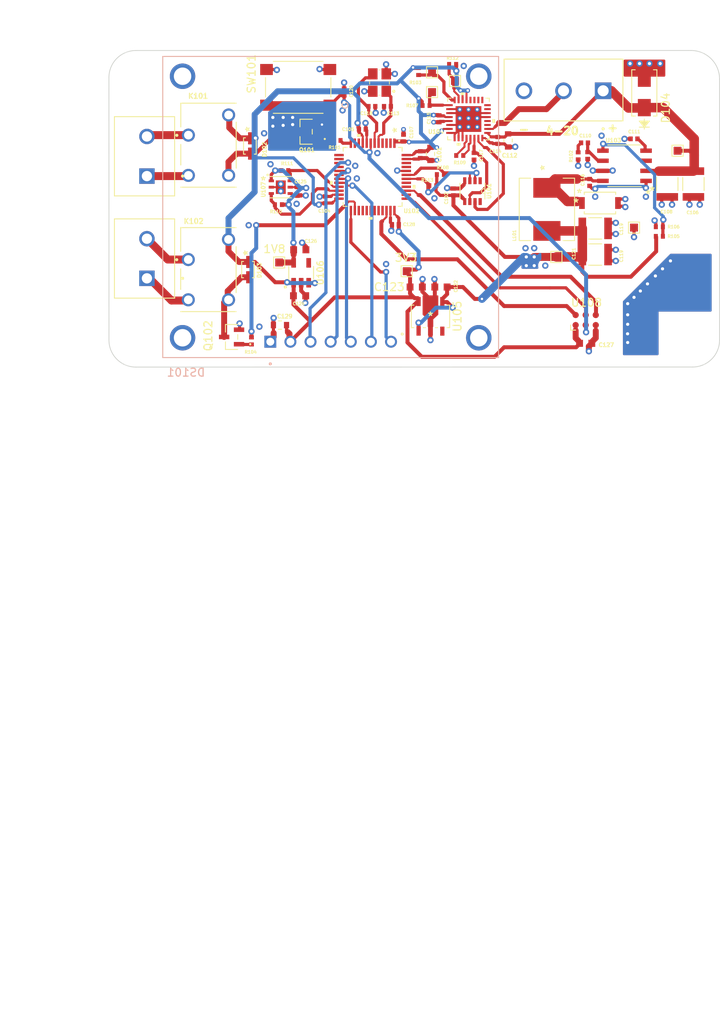
<source format=kicad_pcb>
(kicad_pcb (version 20211014) (generator pcbnew)
  (layers (0 "F.Cu" signal) (1 "In1.Cu" signal) (2 "In2.Cu" signal) (31 "B.Cu" signal) (34 "B.Paste" user) (35 "F.Paste" user) (36 "B.SilkS" user "B.Silkscreen") (37 "F.SilkS" user "F.Silkscreen") (38 "B.Mask" user) (39 "F.Mask" user) (44 "Edge.Cuts" user))
  (net 0 "")
  (net 1 "+3.3V")
  (net 2 "GND")
  (net 3 "+5V")
  (net 4 "+24V")
  (net 5 "/COMP")
  (net 6 "/RCOMP")
  (net 7 "/SS")
  (net 8 "/OSC_IN")
  (net 9 "/BOOT")
  (net 10 "/PH")
  (net 11 "/VREF")
  (net 12 "/OSC_OUT")
  (net 13 "/NRST")
  (net 14 "+1V8")
  (net 15 "/LGHT_D")
  (net 16 "/HORN_D")
  (net 17 "/4_20MA")
  (net 18 "/LGHT_G")
  (net 19 "/HORN_G")
  (net 20 "/ALARM_LGHT")
  (net 21 "/IFAULT")
  (net 22 "/ALARM_HORN")
  (net 23 "/VSENSE")
  (net 24 "/Fault")
  (net 25 "/REXT1")
  (net 26 "/REXT2")
  (net 27 "/I2C1_SDA")
  (net 28 "/I2C1_SCL")
  (net 29 "/TEMP")
  (net 31 "/I2C2_SCL")
  (net 32 "/I2C2_SDA")
  (net 33 "/DAC_VOUT")
  (net 41 "/SPI1_SCK")
  (net 43 "/SPI1_MOSI")
  (net 45 "/SPI1_CS")
  (net 63 "/DISP_RST")
  (net 64 "/DISP_DC")
  (net 66 "/SWDIO")
  (net 67 "/SWCLK")
  (net 68 "/SWO")
  (net 75 "Net-(J103-Pad1)")
  (net 76 "Net-(J103-Pad2)")
  (net 77 "Net-(J104-Pad1)")
  (net 78 "Net-(J104-Pad2)")
  (footprint "LEL DETECTOR:MURATA_4u7_0603" (layer "F.Cu") (at -235.0761 52.1986 180)
    (fp_text reference "C122")
    (fp_text value "4u7" hide)
  )
  (footprint "LEL DETECTOR:SAMSUNG_10u_0603" (layer "F.Cu") (at -226.6 33.7 -90)
    (fp_text reference "C112")
    (fp_text value "10u" hide)
  )
  (footprint "LEL DETECTOR:DMN65D8L-7_MOSFET" (layer "F.Cu") (at -261.5096 58.5 90)
    (fp_text reference "Q102")
    (fp_text value "DMN65D8L-7" hide)
  )
  (footprint "TestPoint:TestPoint_Pad_1.0x1.0mm" (layer "F.Cu") (at -236.2 27.6)
    (fp_text reference "VFAULT101" hide)
    (fp_text value "TestPoint")
  )
  (footprint "MountingHole:MountingHole_2.7mm_M2.5" (layer "F.Cu") (at -273.6 25.8)
    (fp_text reference "H102" hide)
    (fp_text value "M2.5")
  )
  (footprint "LEL DETECTOR:CAPC1005X55N_1n2" (layer "F.Cu") (at -241.832 29.4)
    (fp_text reference "C113")
    (fp_text value "10p")
  )
  (footprint "LEL DETECTOR:1N4148WSTR" (layer "F.Cu") (at -259.4375 50 -90)
    (fp_text reference "D103")
    (fp_text value "SOD-323_SDS" hide)
  )
  (footprint "LEL DETECTOR:IHLP2525CZER8R2M01" (layer "F.Cu") (at -221.7 42.4 -90)
    (fp_text reference "L101")
    (fp_text value "8u2" hide)
  )
  (footprint "LEL DETECTOR:B3FS-1002P_BUTTON" (layer "F.Cu") (at -253.1 27 180)
    (fp_text reference "SW101")
    (fp_text value "B3FS-1002P" hide)
  )
  (footprint "LEL DETECTOR:CAPC3225X270N_10U" (layer "F.Cu") (at -215.6 44.8)
    (fp_text reference "C119")
    (fp_text value "47u")
  )
  (footprint "LEL DETECTOR:RESC1005X40N" (layer "F.Cu") (at -207.5 44.6 180)
    (fp_text reference "R106")
    (fp_text value "1K96")
  )
  (footprint "LEL DETECTOR:SAMSUNG_10u_0603" (layer "F.Cu") (at -236.4 35.4 -90)
    (fp_text reference "C101")
    (fp_text value "10u" hide)
  )
  (footprint "TestPoint:TestPoint_Pad_1.0x1.0mm" (layer "F.Cu") (at -255.5 49.1)
    (fp_text reference "1V8")
    (fp_text value "TestPoint")
  )
  (footprint "LEL DETECTOR:CAPC1005X55N_330n" (layer "F.Cu") (at -230.9 35.7 90)
    (fp_text reference "C117")
    (fp_text value "330n")
  )
  (footprint "LEL DETECTOR:CAPC1005X55N_1n2" (layer "F.Cu") (at -243.8 29.4 180)
    (fp_text reference "C118")
    (fp_text value "10p")
  )
  (footprint "LEL DETECTOR:STM32F103C8T6" (layer "F.Cu") (at -243.7 38.3 -90)
    (fp_text reference "U102")
    (fp_text value "LQFP48-7x7mm" hide)
  )
  (footprint "LEL DETECTOR:1N4148WSTR" (layer "F.Cu") (at -259.2 34.4 -90)
    (fp_text reference "D102")
    (fp_text value "SOD-323_SDS" hide)
  )
  (footprint "LEL DETECTOR:RESC1005X40N" (layer "F.Cu") (at -237.9 25 -90)
    (fp_text reference "R103")
    (fp_text value "100k")
  )
  (footprint "LEL DETECTOR:CAPC1005X55N_1n2" (layer "F.Cu") (at -235.3 30.968 90)
    (fp_text reference "C115")
    (fp_text value "100n")
  )
  (footprint "LEL DETECTOR:MURATA_4u7_0603" (layer "F.Cu") (at -252.9253 53.3)
    (fp_text reference "C124")
    (fp_text value "4u7" hide)
  )
  (footprint "LEL DETECTOR:SAMSUNG_10u_0603" (layer "F.Cu") (at -255.4 57 180)
    (fp_text reference "C129")
    (fp_text value "10u" hide)
  )
  (footprint "LEL DETECTOR:CAPC1005X55N_1n2" (layer "F.Cu") (at -247.3 27.6 -90)
    (fp_text reference "C120")
    (fp_text value "100n")
  )
  (footprint "LEL DETECTOR:RESC1005X40N" (layer "F.Cu") (at -255.6 41.8 180)
    (fp_text reference "R110")
    (fp_text value "10K2")
  )
  (footprint "LEL DETECTOR:CAPC1005X55N_1n2" (layer "F.Cu") (at -216.95 34.005 180)
    (fp_text reference "C110")
    (fp_text value "1n2")
  )
  (footprint "LEL DETECTOR:CAPC3225X270N_10U" (layer "F.Cu") (at -215.6 48.1)
    (fp_text reference "C121")
    (fp_text value "47u")
  )
  (footprint "TestPoint:TestPoint_Pad_1.0x1.0mm" (layer "F.Cu") (at -205.2 35)
    (fp_text reference "24V101" hide)
    (fp_text value "TestPoint")
  )
  (footprint "LEL DETECTOR:CAPC1005X55N_1n2" (layer "F.Cu") (at -210.7 33.5 180)
    (fp_text reference "C111")
    (fp_text value "8n2")
  )
  (footprint "TestPoint:TestPoint_Pad_1.0x1.0mm" (layer "F.Cu") (at -239.4 50.2)
    (fp_text reference "3V3")
    (fp_text value "TestPoint")
  )
  (footprint "LEL DETECTOR:RELAY_G6L-1P-DC3" (layer "F.Cu") (at -264.4375 50 -90)
    (fp_text reference "K102")
    (fp_text value "G6L-1P-DC3")
  )
  (footprint "LEL DETECTOR:RESC1005X40N_2K2" (layer "F.Cu") (at -236.1 39.4 180)
    (fp_text reference "R113")
    (fp_text value "2K2")
  )
  (footprint "LEL DETECTOR:RESC1005X40N" (layer "F.Cu") (at -232.7 35.6)
    (fp_text reference "R109")
    (fp_text value "15K")
  )
  (footprint "LEL DETECTOR:SGP30-2.5K" (layer "F.Cu") (at -255.3 39.6)
    (fp_text reference "U107")
    (fp_text value "SGP30-2.5K_SEN" hide)
  )
  (footprint "LEL DETECTOR:Tag-Connect_TC2030-IDC-NL_2x03_P1.27mm_Vertical" (layer "F.Cu") (at -216.8 56.365)
    (fp_text reference "U108")
    (fp_text value "TC2030-IDC-NL")
  )
  (footprint "TestPoint:TestPoint_Pad_1.0x1.0mm" (layer "F.Cu") (at -233.3 26.2)
    (fp_text reference "TEMP101" hide)
    (fp_text value "TestPoint")
  )
  (footprint "LEL DETECTOR:CAPC1005X55N_1n2" (layer "F.Cu") (at -233.5 40.2 -90)
    (fp_text reference "C102")
    (fp_text value "100n")
  )
  (footprint "LEL DETECTOR:CAPC3225X270N_10U" (layer "F.Cu") (at -203.2 39.2 -90)
    (fp_text reference "C106")
    (fp_text value "10u")
  )
  (footprint "LEL DETECTOR:RB080LAM-30TR" (layer "F.Cu") (at -215 41.6)
    (fp_text reference "D101" hide)
    (fp_text value "30v" hide)
  )
  (footprint "LEL DETECTOR:MURATA_4u7_0603" (layer "F.Cu") (at -216.8 59.3)
    (fp_text reference "C127")
    (fp_text value "4u7" hide)
  )
  (footprint "LEL DETECTOR:CAPC1005X55N_1n2" (layer "F.Cu") (at -252.9 40.2 90)
    (fp_text reference "C125")
    (fp_text value "100n")
  )
  (footprint "LEL DETECTOR:ABM8G16000MHZB4YT" (layer "F.Cu") (at -242.832 26.4 90)
    (fp_text reference "Y101" hide)
    (fp_text value "Crystal" hide)
  )
  (footprint "LEL DETECTOR:RESC1005X40N_2K2" (layer "F.Cu") (at -235.145 38)
    (fp_text reference "R108")
    (fp_text value "2K2")
  )
  (footprint "LEL DETECTOR:RESC1005X40N" (layer "F.Cu") (at -233.6 24.1 180)
    (fp_text reference "R112")
    (fp_text value "100k")
  )
  (footprint "MountingHole:MountingHole_2.7mm_M2.5" (layer "F.Cu") (at -273.6 58.6)
    (fp_text reference "H101" hide)
    (fp_text value "M2.5")
  )
  (footprint "LEL DETECTOR:RELAY_G6L-1P-DC3" (layer "F.Cu") (at -264.425 34.3 -90)
    (fp_text reference "K101")
    (fp_text value "G6L-1P-DC3")
  )
  (footprint "LEL DETECTOR:SOT95P280X145-5N_1V8" (layer "F.Cu") (at -252.7253 50.4 90)
    (fp_text reference "U106")
    (fp_text value "TLV74118PDBVR")
  )
  (footprint "TestPoint:TestPoint_Pad_1.0x1.0mm" (layer "F.Cu") (at -220.5 48.4)
    (fp_text reference "5V101" hide)
    (fp_text value "TestPoint")
  )
  (footprint "MountingHole:MountingHole_2.7mm_M2.5" (layer "F.Cu") (at -203.6 25.8)
    (fp_text reference "H103" hide)
    (fp_text value "M2.5")
  )
  (footprint "LEL DETECTOR:CAPC3225X270N_10U" (layer "F.Cu") (at -206.5 39.2 -90)
    (fp_text reference "C108")
    (fp_text value "10u")
  )
  (footprint "LEL DETECTOR:RESC1005X40N" (layer "F.Cu") (at -254.8 37.5)
    (fp_text reference "R111")
    (fp_text value "10K2")
  )
  (footprint "LEL DETECTOR:RESC1005X40N" (layer "F.Cu") (at -259 59 -90)
    (fp_text reference "R104")
    (fp_text value "1K96")
  )
  (footprint "LEL DETECTOR:CAPC1005X55N_1n2" (layer "F.Cu") (at -249.7 41.2 -90)
    (fp_text reference "C104")
    (fp_text value "100n")
  )
  (footprint "LEL DETECTOR:CAPC1005X55N_1n2" (layer "F.Cu") (at -237.7 35.5 90)
    (fp_text reference "C103" hide)
    (fp_text value "100n")
  )
  (footprint "LEL DETECTOR:CAPC1005X55N_1n2" (layer "F.Cu") (at -216.3 39 90)
    (fp_text reference "C116")
    (fp_text value "100n")
  )
  (footprint "LEL DETECTOR:CAPC1005X55N_1n2" (layer "F.Cu") (at -227.9 33.7 90)
    (fp_text reference "C114")
    (fp_text value "100n")
  )
  (footprint "LEL DETECTOR:CAPC1005X55N_1n2" (layer "F.Cu") (at -240.832 44.3)
    (fp_text reference "C128")
    (fp_text value "100n")
  )
  (footprint "LEL DETECTOR:RESC1005X40N" (layer "F.Cu") (at -236.955 29.3)
    (fp_text reference "R107")
    (fp_text value "100k")
  )
  (footprint "LEL DETECTOR:RESC1005X40N" (layer "F.Cu") (at -248.2 33.7 180)
    (fp_text reference "R101")
    (fp_text value "1K96")
  )
  (footprint "LEL DETECTOR:SMAJ40A-13-F_TVS" (layer "F.Cu") (at -209.4 27.7033 90)
    (fp_text reference "D104")
    (fp_text value "D_Zener" hide)
  )
  (footprint "LEL DETECTOR:CUI_TB002-500-02BE" (layer "F.Cu") (at -272.2 38.2 90)
    (fp_text reference "J103" hide)
    (fp_text value "TB002-500-02BE")
  )
  (footprint "LEL DETECTOR:AP7361C-33Y5-13" (layer "F.Cu") (at -236.4014 55.8986)
    (fp_text reference "U105")
    (fp_text value "SOT89-5_DIO" hide)
  )
  (footprint "TestPoint:TestPoint_Pad_1.0x1.0mm" (layer "F.Cu") (at -210.7 44.7)
    (fp_text reference "GND101" hide)
    (fp_text value "TestPoint")
  )
  (footprint "LEL DETECTOR:TPS54331DR" (layer "F.Cu") (at -211.9 36.9 180)
    (fp_text reference "U103")
    (fp_text value "D8" hide)
  )
  (footprint "LEL DETECTOR:RESC1005X40N" (layer "F.Cu") (at -217.75 35.65 -90)
    (fp_text reference "R102")
    (fp_text value "34K")
  )
  (footprint "LEL DETECTOR:CAPC1005X55N_1n2" (layer "F.Cu") (at -216.55 35.605 -90)
    (fp_text reference "C109" hide)
    (fp_text value "1p")
  )
  (footprint "TestPoint:TestPoint_Pad_1.0x1.0mm" (layer "F.Cu") (at -236.2 25.1)
    (fp_text reference "IFAULT101" hide)
    (fp_text value "TestPoint")
  )
  (footprint "LEL DETECTOR:DMN65D8L-7_MOSFET" (layer "F.Cu") (at -252.1 32.6 90)
    (fp_text reference "Q101")
    (fp_text value "DMN65D8L-7" hide)
  )
  (footprint "LEL DETECTOR:MURATA_4u7_0603" (layer "F.Cu") (at -238.2014 52.1986)
    (fp_text reference "C123")
    (fp_text value "4u7" hide)
  )
  (footprint "LEL DETECTOR:MURATA_4u7_0603" (layer "F.Cu") (at -252.9 47.5)
    (fp_text reference "C126")
    (fp_text value "4u7" hide)
  )
  (footprint "MountingHole:MountingHole_2.7mm_M2.5" (layer "F.Cu") (at -203.6 58.6)
    (fp_text reference "H104" hide)
    (fp_text value "M2.5")
  )
  (footprint "LEL DETECTOR:RESC1005X40N" (layer "F.Cu") (at -207.5 45.8)
    (fp_text reference "R105")
    (fp_text value "10K2")
  )
  (footprint "LEL DETECTOR:AD5749ACPZ" (layer "F.Cu") (at -231.6 31)
    (fp_text reference "U104")
    (fp_text value "CP_32_2_ADI" hide)
  )
  (footprint "LEL DETECTOR:LTC2631ITS8-HZ10-TRMPBF" (layer "F.Cu") (at -231.1 40.1 -90)
    (fp_text reference "U101")
    (fp_text value "SOT-8_TS_LIT" hide)
  )
  (footprint "LEL DETECTOR:CUI_TB002-500-02BE" (layer "F.Cu") (at -272.2 51.1 90)
    (fp_text reference "J104" hide)
    (fp_text value "TB002-500-02BE")
  )
  (footprint "LEL DETECTOR:CAPC1005X55N_1n2" (layer "F.Cu") (at -245 32.3 180)
    (fp_text reference "C105")
    (fp_text value "100n")
  )
  (footprint "LEL DETECTOR:CAPC1005X55N_1n2" (layer "F.Cu") (at -239.8 33.4 -90)
    (fp_text reference "C107")
    (fp_text value "100n")
  )
  (footprint "LEL DETECTOR:CUI_TB003-500-P03BE" (layer "F.Cu") (at -214.6 27.4375 180)
    (fp_text reference "J102" hide)
    (fp_text value "TB003-500-P03BE")
  )
  (footprint "LEL DETECTOR:AOM12864A0-1.54WW-ANO_DISPLAY" (layer "B.Cu") (at -249 42.1)
    (fp_text reference "DS101")
    (fp_text value "AOM12864A0-1.54WW-ANO")
  )
  (gr_arc (start -273.591674 62.3) (mid -275.99533 61.309547) (end -276.991674 58.908326) (layer "Edge.Cuts") (width 0.1))
  (gr_arc (start -199.9 58.891674) (mid -200.895837 61.295837) (end -203.3 62.291674) (layer "Edge.Cuts") (width 0.1))
  (gr_line (start -273.591674 62.3) (end -203.3 62.291674) (layer "Edge.Cuts") (width 0.1))
  (gr_line (start -203.5 22.35) (end -273.595837 22.354163) (layer "Edge.Cuts") (width 0.1))
  (gr_line (start -276.991674 58.908326) (end -276.995837 25.754163) (layer "Edge.Cuts") (width 0.1))
  (gr_arc (start -276.995837 25.754163) (mid -276 23.35) (end -273.595837 22.354163) (layer "Edge.Cuts") (width 0.1))
  (gr_line (start -199.9 25.95) (end -199.9 58.891674) (layer "Edge.Cuts") (width 0.1))
  (gr_arc (start -203.5 22.35) (mid -200.954416 23.404416) (end -199.9 25.95) (layer "Edge.Cuts") (width 0.1))
  (gr_text "4-20" (at -219.75 32.5) (layer "F.SilkS") (effects (font (size 1 1) (thickness 0.25))))
  (gr_text "C119" (at -212.3 48.3 90) (layer "F.SilkS") (effects (font (size 0.393701 0.393701))))
  (gr_text "+" (at -213.4 32.1) (layer "F.SilkS") (effects (font (size 1 1) (thickness 0.25))))
  (gr_text "-\n" (at -224.6 32.3) (layer "F.SilkS") (effects (font (size 1 1) (thickness 0.25))))
  (segment (start -237.5 61) (end -239.3 59.2) (width 0.5) (layer "F.Cu") (net 1))
  (segment (start -251 51.7) (end -251.8 51.7) (width 0.5) (layer "F.Cu") (net 1))
  (segment (start -251.75 56.35) (end -251.35 56.35) (width 0.5) (layer "F.Cu") (net 1))
  (segment (start -240.4 43.5) (end -240.4 44.2) (width 0.4) (layer "F.Cu") (net 1))
  (segment (start -239.8 33.832) (end -240.732 33.832) (width 0.5) (layer "F.Cu") (net 1))
  (segment (start -235.6 34.6) (end -236.3 34.6) (width 0.5) (layer "F.Cu") (net 1))
  (segment (start -239.8 33.832) (end -239.168 33.832) (width 0.4) (layer "F.Cu") (net 1))
  (segment (start -253.6753 51.655) (end -253.6753 53.0753) (width 0.5) (layer "F.Cu") (net 1))
  (segment (start -248.5 53.5) (end -238.5 53.5) (width 0.5) (layer "F.Cu") (net 1))
  (segment (start -234.75 32.25) (end -235 32.5) (width 0.25) (layer "F.Cu") (net 1))
  (segment (start -245.5 31.6) (end -245.5 32.1) (width 0.5) (layer "F.Cu") (net 1))
  (segment (start -261.8 32.1) (end -261.8 31) (width 0.75) (layer "F.Cu") (net 1))
  (segment (start -238.9761 52.1986) (end -238.9761 50.8239) (width 0.5) (layer "F.Cu") (net 1))
  (segment (start -253.7 54.4) (end -251.75 56.35) (width 0.5) (layer "F.Cu") (net 1))
  (segment (start -238.545 24.555) (end -238.6 24.5) (width 0.5) (layer "F.Cu") (net 1))
  (segment (start -231.7 27.4) (end -231.85 27.55) (width 0.25) (layer "F.Cu") (net 1))
  (segment (start -258.5348 33.4348) (end -258.5 33.4) (width 0.75) (layer "F.Cu") (net 1))
  (segment (start -253.7 53.3) (end -253.7 54.4) (width 0.5) (layer "F.Cu") (net 1))
  (segment (start -239.3 55.3) (end -238.1 54.1) (width 0.5) (layer "F.Cu") (net 1))
  (segment (start -254.5 51.6) (end -256 51.6) (width 0.5) (layer "F.Cu") (net 1))
  (segment (start -234.0003 30.75) (end -234.55 30.75) (width 0.25) (layer "F.Cu") (net 1))
  (segment (start -259.2 33.4348) (end -260.4652 33.4348) (width 0.75) (layer "F.Cu") (net 1))
  (segment (start -238.2 35.1) (end -237.8 35.1) (width 0.4) (layer "F.Cu") (net 1))
  (segment (start -218.07 57) (end -218.07 57.68) (width 0.5) (layer "F.Cu") (net 1))
  (segment (start -238.9761 52.8239) (end -238.9761 53.0239) (width 0.5) (layer "F.Cu") (net 1))
  (segment (start -254.5 51.6) (end -254.445 51.655) (width 0.5) (layer "F.Cu") (net 1))
  (segment (start -254.4 57.9) (end -254.2 58.1) (width 0.75) (layer "F.Cu") (net 1))
  (segment (start -254.445 51.655) (end -253.6753 51.655) (width 0.5) (layer "F.Cu") (net 1))
  (segment (start -238.9761 50.8239) (end -239.3 50.5) (width 0.5) (layer "F.Cu") (net 1))
  (segment (start -228.3 61) (end -237.5 61) (width 0.5) (layer "F.Cu") (net 1))
  (segment (start -239.3 59.2) (end -239.3 55.3) (width 0.5) (layer "F.Cu") (net 1))
  (segment (start -236.868 35.068) (end -236.6 34.8) (width 0.5) (layer "F.Cu") (net 1))
  (segment (start -232.6 27.4) (end -232.350001 27.649999) (width 0.25) (layer "F.Cu") (net 1))
  (segment (start -247.949999 41.05) (end -248.25 41.05) (width 0.25) (layer "F.Cu") (net 1))
  (segment (start -238.65 35.55) (end -238.5 35.4) (width 0.25) (layer "F.Cu") (net 1))
  (segment (start -254.5722 57) (end -254.5722 57.7278) (width 0.4) (layer "F.Cu") (net 1))
  (segment (start -237.9 28.4) (end -237.5 28.8) (width 0.5) (layer "F.Cu") (net 1))
  (segment (start -234.7 30.6) (end -235.3 30.6) (width 0.4) (layer "F.Cu") (net 1))
  (segment (start -218.07 57.68) (end -218.07 58.63) (width 0.75) (layer "F.Cu") (net 1))
  (segment (start -238.9761 52.1986) (end -238.9761 52.8239) (width 0.5) (layer "F.Cu") (net 1))
  (segment (start -236 30.5) (end -235.4 30.5) (width 0.5) (layer "F.Cu") (net 1))
  (segment (start -251.35 56.35) (end -254 59) (width 0.5) (layer "F.Cu") (net 1))
  (segment (start -250.5 41.8) (end -250.332 41.632) (width 0.4) (layer "F.Cu") (net 1))
  (segment (start -245.1 33) (end -245.432 32.668) (width 0.4) (layer "F.Cu") (net 1))
  (segment (start -256 51.6) (end -258.5652 49.0348) (width 0.5) (layer "F.Cu") (net 1))
  (segment (start -233.155 24.904046) (end -233.155 24.1) (width 0.5) (layer "F.Cu") (net 1))
  (segment (start -231.85 27.55) (end -231.85 28.5997) (width 0.25) (layer "F.Cu") (net 1))
  (segment (start -250.332 41.632) (end -249.7 41.632) (width 0.4) (layer "F.Cu") (net 1))
  (segment (start -248.25 41.05) (end -248.7 41.5) (width 0.25) (layer "F.Cu") (net 1))
  (segment (start -245.6 31.5) (end -245.5 31.6) (width 0.5) (layer "F.Cu") (net 1))
  (segment (start -234.0003 32.25) (end -234.75 32.25) (width 0.25) (layer "F.Cu") (net 1))
  (segment (start -260.5652 49.0348) (end -261.9 47.7) (width 0.75) (layer "F.Cu") (net 1))
  (segment (start -238.5 35.4) (end -238.2 35.1) (width 0.4) (layer "F.Cu") (net 1))
  (segment (start -218.07 58.63) (end -217.7 59) (width 0.75) (layer "F.Cu") (net 1))
  (segment (start -234.55 30.75) (end -234.7 30.6) (width 0.25) (layer "F.Cu") (net 1))
  (segment (start -240.6 43.3) (end -240.4 43.5) (width 0.4) (layer "F.Cu") (net 1))
  (segment (start -240.95 42.549999) (end -240.95 42.95) (width 0.25) (layer "F.Cu") (net 1))
  (segment (start -239.168 33.832) (end -239.1 33.9) (width 0.4) (layer "F.Cu") (net 1))
  (segment (start -217.5 59.3) (end -218 59.8) (width 0.5) (layer "F.Cu") (net 1))
  (segment (start -238.4014 53.5986) (end -238.0014 53.5986) (width 0.5) (layer "F.Cu") (net 1))
  (segment (start -238.2 50) (end -239.3 50) (width 0.5) (layer "F.Cu") (net 1))
  (segment (start -248.5 53.5) (end -251.35 56.35) (width 0.5) (layer "F.Cu") (net 1))
  (segment (start -259.4375 49.0348) (end -260.5652 49.0348) (width 0.75) (layer "F.Cu") (net 1))
  (segment (start -238.5 53.5) (end -238.4014 53.5986) (width 0.5) (layer "F.Cu") (net 1))
  (segment (start -260.4652 33.4348) (end -261.8 32.1) (width 0.75) (layer "F.Cu") (net 1))
  (segment (start -259.2 33.4348) (end -258.5348 33.4348) (width 0.75) (layer "F.Cu") (net 1))
  (segment (start -237.9 24.555) (end -238.545 24.555) (width 0.5) (layer "F.Cu") (net 1))
  (segment (start -245.432 32.668) (end -245.432 32.3) (width 0.4) (layer "F.Cu") (net 1))
  (segment (start -261.9 47.7) (end -261.9 46.2) (width 0.75) (layer "F.Cu") (net 1))
  (segment (start -254.2 58.1) (end -254.2 58.8) (width 0.75) (layer "F.Cu") (net 1))
  (segment (start -254.5722 57.7278) (end -254.4 57.9) (width 0.4) (layer "F.Cu") (net 1))
  (segment (start -233.137575 24.921471) (end -233.155 24.904046) (width 0.5) (layer "F.Cu") (net 1))
  (segment (start -244.95 34.050001) (end -244.95 33.15) (width 0.25) (layer "F.Cu") (net 1))
  (segment (start -237.9 49.7) (end -238.2 50) (width 0.5) (layer "F.Cu") (net 1))
  (segment (start -240.4 45.2) (end -240.4 44.4) (width 0.5) (layer "F.Cu") (net 1))
  (segment (start -244.95 33.15) (end -245.1 33) (width 0.25) (layer "F.Cu") (net 1))
  (segment (start -258.5652 49.0348) (end -259.4375 49.0348) (width 0.5) (layer "F.Cu") (net 1))
  (segment (start -237.5 28.8) (end -237.5 29.2) (width 0.5) (layer "F.Cu") (net 1))
  (segment (start -239.450001 35.55) (end -238.65 35.55) (width 0.25) (layer "F.Cu") (net 1))
  (segment (start -238.9761 53.0239) (end -238.4014 53.5986) (width 0.5) (layer "F.Cu") (net 1))
  (segment (start -248.7 41.5) (end -248.8 41.6) (width 0.4) (layer "F.Cu") (net 1))
  (segment (start -218 59.8) (end -227.1 59.8) (width 0.5) (layer "F.Cu") (net 1))
  (segment (start -248.8 41.6) (end -249.6 41.6) (width 0.4) (layer "F.Cu") (net 1))
  (segment (start -237.7 35.068) (end -236.868 35.068) (width 0.5) (layer "F.Cu") (net 1))
  (segment (start -240.95 42.95) (end -240.6 43.3) (width 0.25) (layer "F.Cu") (net 1))
  (segment (start -232.350001 27.649999) (end -232.350001 28.5997) (width 0.25) (layer "F.Cu") (net 1))
  (segment (start -227.1 59.8) (end -228.3 61) (width 0.5) (layer "F.Cu") (net 1))
  (via (at -236 30.5) (size 0.6) (drill 0.3) (layers "F.Cu" "B.Cu") (net 1))
  (via (at -254.5 51.6) (size 0.8) (drill 0.4) (layers "F.Cu" "B.Cu") (net 1))
  (via (at -258.5 33.4) (size 0.8) (drill 0.4) (layers "F.Cu" "B.Cu") (net 1))
  (via (at -231.7 27.4) (size 0.6) (drill 0.3) (layers "F.Cu" "B.Cu") (net 1))
  (via (at -235.6 34.6) (size 0.6) (drill 0.3) (layers "F.Cu" "B.Cu") (net 1))
  (via (at -239.1 33.9) (size 0.6) (drill 0.3) (layers "F.Cu" "B.Cu") (net 1))
  (via (at -240.4 45.2) (size 0.8) (drill 0.4) (layers "F.Cu" "B.Cu") (net 1))
  (via (at -232.6 27.4) (size 0.6) (drill 0.3) (layers "F.Cu" "B.Cu") (net 1))
  (via (at -237.9 28.4) (size 0.6) (drill 0.3) (layers "F.Cu" "B.Cu") (net 1))
  (via (at -235 32.5) (size 0.6) (drill 0.3) (layers "F.Cu" "B.Cu") (net 1))
  (via (at -238.6 24.5) (size 0.6) (drill 0.3) (layers "F.Cu" "B.Cu") (net 1))
  (via (at -237.9 49.7) (size 0.8) (drill 0.4) (layers "F.Cu" "B.Cu") (net 1))
  (via (at -251 51.7) (size 0.8) (drill 0.4) (layers "F.Cu" "B.Cu") (net 1))
  (via (at -245.6 31.5) (size 0.8) (drill 0.4) (layers "F.Cu" "B.Cu") (net 1))
  (via (at -233.137575 24.921471) (size 0.8) (drill 0.4) (layers "F.Cu" "B.Cu") (net 1))
  (via (at -250.5 41.8) (size 0.8) (drill 0.4) (layers "F.Cu" "B.Cu") (net 1))
  (segment (start -233.137575 24.921471) (end -233.559046 24.5) (width 0.5) (layer "B.Cu") (net 1))
  (segment (start -233.559046 24.5) (end -238.6 24.5) (width 0.5) (layer "B.Cu") (net 1))
  (segment (start -251.2 41.6) (end -251.2 38.4) (width 0.4) (layer "B.Cu") (net 1))
  (segment (start -258.4 30.2) (end -255.7 27.5) (width 0.75) (layer "B.Cu") (net 1))
  (segment (start -233.1 26.9) (end -232.6 27.4) (width 0.5) (layer "B.Cu") (net 1))
  (segment (start -237.9 30) (end -237.6 30.3) (width 0.5) (layer "B.Cu") (net 1))
  (segment (start -255.7 27.5) (end -246.3 27.5) (width 0.75) (layer "B.Cu") (net 1))
  (segment (start -258.69 30.49) (end -258.4 30.2) (width 0.5) (layer "B.Cu") (net 1))
  (segment (start -235.8 34.6) (end -235.6 34.6) (width 0.5) (layer "B.Cu") (net 1))
  (segment (start -239.1 33.9) (end -236.5 33.9) (width 0.4) (layer "B.Cu") (net 1))
  (segment (start -251 41.8) (end -251.2 41.6) (width 0.4) (layer "B.Cu") (net 1))
  (segment (start -237.6 32.8) (end -236.45 33.95) (width 0.5) (layer "B.Cu") (net 1))
  (segment (start -261.8975 43.5025) (end -261.8975 46.19) (width 0.75) (layer "B.Cu") (net 1))
  (segment (start -254.5 51.6) (end -254.4 51.7) (width 0.5) (layer "B.Cu") (net 1))
  (segment (start -258.6 33.4) (end -258.6 30.4) (width 0.75) (layer "B.Cu") (net 1))
  (segment (start -233.137575 24.921471) (end -233.1 24.959046) (width 0.5) (layer "B.Cu") (net 1))
  (segment (start -233.1 24.959046) (end -233.1 26.9) (width 0.5) (layer "B.Cu") (net 1))
  (segment (start -245.5 31.4) (end -245.5 28.3) (width 0.5) (layer "B.Cu") (net 1))
  (segment (start -258.6 33.4) (end -258.5 33.4) (width 0.5) (layer "B.Cu") (net 1))
  (segment (start -237.9 49.7) (end -237.9 47.7) (width 0.5) (layer "B.Cu") (net 1))
  (segment (start -235 32.5) (end -236.45 33.95) (width 0.4) (layer "B.Cu") (net 1))
  (segment (start -236.5 33.9) (end -236.45 33.95) (width 0.4) (layer "B.Cu") (net 1))
  (segment (start -258.6 30.4) (end -258.4 30.2) (width 0.5) (layer "B.Cu") (net 1))
  (segment (start -232.6 27.4) (end -231.7 27.4) (width 0.5) (layer "B.Cu") (net 1))
  (segment (start -240.6 26.5) (end -240.2 26.1) (width 0.5) (layer "B.Cu") (net 1))
  (segment (start -245.3 26.5) (end -240.6 26.5) (width 0.5) (layer "B.Cu") (net 1))
  (segment (start -237.4 30.5) (end -236 30.5) (width 0.5) (layer "B.Cu") (net 1))
  (segment (start -237.9 28.4) (end -237.9 30) (width 0.5) (layer "B.Cu") (net 1))
  (segment (start -254.4 51.7) (end -251 51.7) (width 0.5) (layer "B.Cu") (net 1))
  (segment (start -250.5 41.8) (end -251 41.8) (width 0.4) (layer "B.Cu") (net 1))
  (segment (start -245.5 28.3) (end -246.3 27.5) (width 0.5) (layer "B.Cu") (net 1))
  (segment (start -258.6 35.9) (end -258.6 40.205) (width 0.75) (layer "B.Cu") (net 1))
  (segment (start -237.6 30.3) (end -237.6 32.8) (width 0.5) (layer "B.Cu") (net 1))
  (segment (start -236.45 33.95) (end -235.8 34.6) (width 0.5) (layer "B.Cu") (net 1))
  (segment (start -240.2 26.1) (end -238.6 24.5) (width 0.5) (layer "B.Cu") (net 1))
  (segment (start -237.9 47.7) (end -240.4 45.2) (width 0.5) (layer "B.Cu") (net 1))
  (segment (start -240.2 26.1) (end -237.9 28.4) (width 0.5) (layer "B.Cu") (net 1))
  (segment (start -245.6 31.5) (end -245.5 31.4) (width 0.5) (layer "B.Cu") (net 1))
  (segment (start -246.3 27.5) (end -245.3 26.5) (width 0.5) (layer "B.Cu") (net 1))
  (segment (start -258.6 33.4) (end -258.6 35.9) (width 0.75) (layer "B.Cu") (net 1))
  (segment (start -237.6 30.3) (end -237.4 30.5) (width 0.5) (layer "B.Cu") (net 1))
  (segment (start -251.2 38.4) (end -253.7 35.9) (width 0.4) (layer "B.Cu") (net 1))
  (segment (start -258.6 40.205) (end -261.8975 43.5025) (width 0.75) (layer "B.Cu") (net 1))
  (segment (start -253.7 35.9) (end -258.6 35.9) (width 0.4) (layer "B.Cu") (net 1))
  (segment (start -252.2 54.2) (end -252.1506 54.1506) (width 0.5) (layer "F.Cu") (net 2))
  (segment (start -213 44.1) (end -213.8 44.1) (width 0.4) (layer "F.Cu") (net 2))
  (segment (start -250.350001 24.749999) (end -249.1 24.749999) (width 0.4) (layer "F.Cu") (net 2))
  (segment (start -235.2 31.3) (end -234.7 31.3) (width 0.4) (layer "F.Cu") (net 2))
  (segment (start -242 24.1) (end -241.982 24.118) (width 0.4) (layer "F.Cu") (net 2))
  (segment (start -235.3 31.4) (end -236 31.4) (width 0.5) (layer "F.Cu") (net 2))
  (segment (start -234.0003 29.75) (end -233.15 29.75) (width 0.25) (layer "F.Cu") (net 2))
  (segment (start -241.449999 42.549999) (end -241.449999 43.450001) (width 0.25) (layer "F.Cu") (net 2))
  (segment (start -242.3 30.2) (end -242.264 30.164) (width 0.4) (layer "F.Cu") (net 2))
  (segment (start -242.264 30.164) (end -242.264 29.4) (width 0.4) (layer "F.Cu") (net 2))
  (segment (start -255.8 24.8) (end -255.850001 24.749999) (width 0.4) (layer "F.Cu") (net 2))
  (segment (start -237.4267 52.1986) (end -237.4267 52.7733) (width 0.5) (layer "F.Cu") (net 2))
  (segment (start -253.806201 40.7) (end -254.1062 40.400001) (width 0.25) (layer "F.Cu") (net 2))
  (segment (start -232.350001 33.4003) (end -232.350001 32.550001) (width 0.25) (layer "F.Cu") (net 2))
  (segment (start -233.349999 32.949999) (end -233 32.6) (width 0.25) (layer "F.Cu") (net 2))
  (segment (start -230.9 36.893409) (end -230.9 36.132) (width 0.4) (layer "F.Cu") (net 2))
  (segment (start -229.1997 30.249999) (end -230.149999 30.249999) (width 0.25) (layer "F.Cu") (net 2))
  (segment (start -256.2278 57.9722) (end -256.2 58) (width 0.4) (layer "F.Cu") (net 2))
  (segment (start -215.9 37.5) (end -215.865 37.535) (width 0.5) (layer "F.Cu") (net 2))
  (segment (start -213 47.5) (end -213.9 47.5) (width 0.4) (layer "F.Cu") (net 2))
  (segment (start -237.849999 36.049999) (end -237.8 36) (width 0.4) (layer "F.Cu") (net 2))
  (segment (start -241.982 25.3) (end -240.9 25.3) (width 0.4) (layer "F.Cu") (net 2))
  (segment (start -241.449999 44.050001) (end -241.3 44.2) (width 0.4) (layer "F.Cu") (net 2))
  (segment (start -215.53 58.63) (end -215.9 59) (width 0.75) (layer "F.Cu") (net 2))
  (segment (start -236.868 35.932) (end -236.7 36.1) (width 0.5) (layer "F.Cu") (net 2))
  (segment (start -252.6 46.6) (end -252.1253 47.0747) (width 0.5) (layer "F.Cu") (net 2))
  (segment (start -239.450001 36.049999) (end -238.550001 36.049999) (width 0.25) (layer "F.Cu") (net 2))
  (segment (start -234.0003 31.25) (end -234.7 31.25) (width 0.25) (layer "F.Cu") (net 2))
  (segment (start -256.2 58) (end -256.2 58.5) (width 0.75) (layer "F.Cu") (net 2))
  (segment (start -244.6 31.5) (end -244.568 31.532) (width 0.4) (layer "F.Cu") (net 2))
  (segment (start -232.668 39.768) (end -232.2 39.3) (width 0.5) (layer "F.Cu") (net 2))
  (segment (start -256.2 56.1) (end -256.2278 56.1278) (width 0.5) (layer "F.Cu") (net 2))
  (segment (start -241.982 24.118) (end -241.982 25.3) (width 0.4) (layer "F.Cu") (net 2))
  (segment (start -229.5 33.4) (end -229.8 33.4) (width 0.25) (layer "F.Cu") (net 2))
  (segment (start -234.3 39.7005) (end -234.2325 39.768) (width 0.5) (layer "F.Cu") (net 2))
  (segment (start -244.450001 32.449999) (end -244.6 32.3) (width 0.4) (layer "F.Cu") (net 2))
  (segment (start -237.4267 52.7733) (end -236.8 53.4) (width 0.5) (layer "F.Cu") (net 2))
  (segment (start -243.320023 30.220023) (end -243.368 30.172046) (width 0.4) (layer "F.Cu") (net 2))
  (segment (start -207.945 43.955) (end -207.945 44.6) (width 0.4) (layer "F.Cu") (net 2))
  (segment (start -211.8 42.1) (end -211.9 42) (width 0.4) (layer "F.Cu") (net 2))
  (segment (start -217.75 36.095) (end -217.75 36.9) (width 0.4) (layer "F.Cu") (net 2))
  (segment (start -235.8508 52.1986) (end -235.8508 53.4492) (width 0.5) (layer "F.Cu") (net 2))
  (segment (start -239.8 32.968) (end -239.8 32.3) (width 0.5) (layer "F.Cu") (net 2))
  (segment (start -234.0003 31.750001) (end -233.149999 31.750001) (width 0.25) (layer "F.Cu") (net 2))
  (segment (start -252.7253 52.6747) (end -252.3 53.1) (width 0.5) (layer "F.Cu") (net 2))
  (segment (start -215.865 37.535) (end -214.621348 37.535) (width 0.5) (layer "F.Cu") (net 2))
  (segment (start -253.4 40.7) (end -253.806201 40.7) (width 0.25) (layer "F.Cu") (net 2))
  (segment (start -208.1 43.8) (end -207.945 43.955) (width 0.4) (layer "F.Cu") (net 2))
  (segment (start -256.2 58.5) (end -256.5 58.8) (width 0.75) (layer "F.Cu") (net 2))
  (segment (start -243.682 27.5) (end -244.7505 27.5) (width 0.4) (layer "F.Cu") (net 2))
  (segment (start -241.449999 43.450001) (end -241.449999 44.050001) (width 0.4) (layer "F.Cu") (net 2))
  (segment (start -203.7 41.8) (end -203.7 41.2) (width 0.4) (layer "F.Cu") (net 2))
  (segment (start -228.6 34) (end -228.5 34.1) (width 0.4) (layer "F.Cu") (net 2))
  (segment (start -238.550001 36.049999) (end -237.849999 36.049999) (width 0.4) (layer "F.Cu") (net 2))
  (segment (start -250.114999 31.685001) (end -250.1 31.7) (width 0.4) (layer "F.Cu") (net 2))
  (segment (start -216.4 59.6747) (end -216.0253 59.3) (width 0.75) (layer "F.Cu") (net 2))
  (segment (start -234.0003 32.749999) (end -233.149999 32.749999) (width 0.25) (layer "F.Cu") (net 2))
  (segment (start -202.4 41.7) (end -202.4 41.3) (width 0.4) (layer "F.Cu") (net 2))
  (segment (start -233.5 39.768) (end -232.668 39.768) (width 0.5) (layer "F.Cu") (net 2))
  (segment (start -244.568 31.532) (end -244.568 32.3) (width 0.4) (layer "F.Cu") (net 2))
  (segment (start -230.906591 36.9) (end -230.9 36.893409) (width 0.4) (layer "F.Cu") (net 2))
  (segment (start -228.5 34.1) (end -228 34.1) (width 0.4) (layer "F.Cu") (net 2))
  (segment (start -252.1253 47.0747) (end -252.1253 47.5) (width 0.5) (layer "F.Cu") (net 2))
  (segment (start -240.550001 37.549999) (end -239.450001 37.549999) (width 0.25) (layer "F.Cu") (net 2))
  (segment (start -255.850001 24.749999) (end -257.1 24.749999) (width 0.4) (layer "F.Cu") (net 2))
  (segment (start -236.4014 57.7655) (end -236.4014 58.8986) (width 0.5) (layer "F.Cu") (net 2))
  (segment (start -232.85 33.4003) (end -232.85 32.65) (width 0.25) (layer "F.Cu") (net 2))
  (segment (start -213.4 37.5) (end -213.435 37.535) (width 0.5) (layer "F.Cu") (net 2))
  (segment (start -243.368 30.172046) (end -243.368 29.4) (width 0.4) (layer "F.Cu") (net 2))
  (segment (start -251.1602 31.685001) (end -250.114999 31.685001) (width 0.4) (layer "F.Cu") (net 2))
  (segment (start -249.7 40.768) (end -250.368 40.768) (width 0.4) (layer "F.Cu") (net 2))
  (segment (start -249.7 40.768) (end -248.968 40.768) (width 0.4) (layer "F.Cu") (net 2))
  (segment (start -207.2 41.8) (end -207.2 41.2) (width 0.4) (layer "F.Cu") (net 2))
  (segment (start -227.068 34.132) (end -226.8 34.4) (width 0.4) (layer "F.Cu") (net 2))
  (segment (start -233.349999 33.4003) (end -233.349999 32.949999) (width 0.25) (layer "F.Cu") (net 2))
  (segment (start -235.6278 36.2278) (end -235.6 36.2) (width 0.5) (layer "F.Cu") (net 2))
  (segment (start -241.343695 45.095145) (end -241.264 45.01545) (width 0.5) (layer "F.Cu") (net 2))
  (segment (start -236.4 36.2278) (end -235.6278 36.2278) (width 0.5) (layer "F.Cu") (net 2))
  (segment (start -260.5 57.515201) (end -260.5698 57.585001) (width 0.4) (layer "F.Cu") (net 2))
  (segment (start -250.4 24.7) (end -250.350001 24.749999) (width 0.4) (layer "F.Cu") (net 2))
  (segment (start -260.5 56.8) (end -260.5 57.515201) (width 0.4) (layer "F.Cu") (net 2))
  (segment (start -213.435 37.535) (end -214.621348 37.535) (width 0.5) (layer "F.Cu") (net 2))
  (segment (start -237.4267 51.2239) (end -237.4014 51.1986) (width 0.5) (layer "F.Cu") (net 2))
  (segment (start -227.9 34.132) (end -227.068 34.132) (width 0.4) (layer "F.Cu") (net 2))
  (segment (start -240.6 37.5) (end -240.550001 37.549999) (width 0.25) (layer "F.Cu") (net 2))
  (segment (start -215.53 57) (end -215.53 57.72) (width 0.4) (layer "F.Cu") (net 2))
  (segment (start -237.7 35.932) (end -236.868 35.932) (width 0.5) (layer "F.Cu") (net 2))
  (segment (start -213 45.5) (end -213.9 45.5) (width 0.4) (layer "F.Cu") (net 2))
  (segment (start -211.132 33.5) (end -211.9 33.5) (width 0.4) (layer "F.Cu") (net 2))
  (segment (start -252.166976 40.632) (end -252.9 40.632) (width 0.4) (layer "F.Cu") (net 2))
  (segment (start -228.9 34) (end -228.6 34) (width 0.4) (layer "F.Cu") (net 2))
  (segment (start -229.2 33.7) (end -228.9 34) (width 0.4) (layer "F.Cu") (net 2))
  (segment (start -253.4 40.7) (end -253 40.7) (width 0.5) (layer "F.Cu") (net 2))
  (segment (start -235.3 31.4) (end -235.2 31.3) (width 0.4) (layer "F.Cu") (net 2))
  (segment (start -215.53 57.72) (end -215.53 58.63) (width 0.75) (layer "F.Cu") (net 2))
  (segment (start -252.1506 54.1506) (end -252.1506 53.3) (width 0.5) (layer "F.Cu") (net 2))
  (segment (start -213 48.9) (end -214 48.9) (width 0.4) (layer "F.Cu") (net 2))
  (segment (start -234.2325 39.768) (end -233.5 39.768) (width 0.5) (layer "F.Cu") (net 2))
  (segment (start -229.2 33.7) (end -229.5 33.4) (width 0.25) (layer "F.Cu") (net 2))
  (segment (start -256.2278 56.1278) (end -256.2278 57) (width 0.5) (layer "F.Cu") (net 2))
  (segment (start -247.949999 40.550001) (end -248.750001 40.550001) (width 0.25) (layer "F.Cu") (net 2))
  (segment (start -256.2278 57) (end -256.2278 57.9722) (width 0.4) (layer "F.Cu") (net 2))
  (segment (start -210.7 45.9) (end -210.7 44.7) (width 0.4) (layer "F.Cu") (net 2))
  (segment (start -256.4938 39.6) (end -255.9 39.6) (width 0.25) (layer "F.Cu") (net 2))
  (segment (start -235.8508 51.2492) (end -235.9014 51.1986) (width 0.5) (layer "F.Cu") (net 2))
  (segment (start -244.450001 33.049999) (end -244.450001 32.449999) (width 0.4) (layer "F.Cu") (net 2))
  (segment (start -244.450001 34.050001) (end -244.450001 33.049999) (width 0.25) (layer "F.Cu") (net 2))
  (segment (start -225.8 34.5) (end -225.7 34.5) (width 0.4) (layer "F.Cu") (net 2))
  (segment (start -248.750001 40.550001) (end -248.9 40.7) (width 0.25) (layer "F.Cu") (net 2))
  (segment (start -216.4 60.3) (end -216.4 59.6747) (width 0.75) (layer "F.Cu") (net 2))
  (segment (start -252.150836 40.64814) (end -252.166976 40.632) (width 0.4) (layer "F.Cu") (net 2))
  (segment (start -211.8 41.1) (end -212.5 41.1) (width 0.4) (layer "F.Cu") (net 2))
  (segment (start -252.7253 51.655) (end -252.7253 52.6747) (width 0.5) (layer "F.Cu") (net 2))
  (segment (start -237.4267 52.1986) (end -237.4267 51.2239) (width 0.5) (layer "F.Cu") (net 2))
  (segment (start -235.8508 52.1986) (end -235.8508 51.2492) (width 0.5) (layer "F.Cu") (net 2))
  (segment (start -229.1997 30.75) (end -230.05 30.75) (width 0.25) (layer "F.Cu") (net 2))
  (segment (start -250.368 40.768) (end -250.4 40.8) (width 0.4) (layer "F.Cu") (net 2))
  (segment (start -226.6 34.5278) (end -225.8278 34.5278) (width 0.5) (layer "F.Cu") (net 2))
  (segment (start -216.55 36.037) (end -216.55 36.8) (width 0.4) (layer "F.Cu") (net 2))
  (segment (start -234.0003 30.249999) (end -233.050001 30.249999) (width 0.25) (layer "F.Cu") (net 2))
  (segment (start -241.264 45.01545) (end -241.264 44.3) (width 0.5) (layer "F.Cu") (net 2))
  (segment (start -225.8278 34.5278) (end -225.8 34.5) (width 0.4) (layer "F.Cu") (net 2))
  (segment (start -248.968 40.768) (end -248.9 40.7) (width 0.4) (layer "F.Cu") (net 2))
  (segment (start -247.3 27.168) (end -247.3 26.4) (width 0.4) (layer "F.Cu") (net 2))
  (segment (start -205.9 41.8) (end -205.9 41.3) (width 0.4) (layer "F.Cu") (net 2))
  (segment (start -211.9 42) (end -212.6 42) (width 0.4) (layer "F.Cu") (net 2))
  (via (at -210.7 53.5) (size 0.8) (drill 0.4) (layers "F.Cu" "B.Cu") (net 2))
  (via (at -213.4 37.5) (size 0.8) (drill 0.4) (layers "F.Cu" "B.Cu") (net 2))
  (via (at -232.7 30.9) (size 0.6) (drill 0.3) (layers "F.Cu" "B.Cu") (net 2))
  (via (at -260.5 56.8) (size 0.8) (drill 0.4) (layers "F.Cu" "B.Cu") (net 2))
  (via (at -213 45.5) (size 0.8) (drill 0.4) (layers "F.Cu" "B.Cu") (net 2))
  (via (at -245.9 36.9) (size 0.8) (drill 0.4) (layers "F.Cu" "B.Cu") (net 2))
  (via (at -256.6 36.7) (size 0.8) (drill 0.4) (layers "F.Cu" "B.Cu") (net 2))
  (via (at -231.6 32) (size 0.6) (drill 0.3) (layers "F.Cu" "B.Cu") (net 2))
  (via (at -208.1 43.8) (size 0.8) (drill 0.4) (layers "F.Cu" "B.Cu") (net 2))
  (via (at -231.6 30.9) (size 0.6) (drill 0.3) (layers "F.Cu" "B.Cu") (net 2))
  (via (at -208.75 24) (size 0.8) (drill 0.4) (layers "F.Cu" "B.Cu") (net 2))
  (via (at -250.1 31.7) (size 0.6) (drill 0.3) (layers "F.Cu" "B.Cu") (net 2))
  (via (at -243.1 35.3) (size 0.8) (drill 0.4) (layers "F.Cu" "B.Cu") (net 2))
  (via (at -247.5 29.9) (size 0.8) (drill 0.4) (layers "F.Cu" "B.Cu") (net 2))
  (via (at -230.5 32) (size 0.6) (drill 0.3) (layers "F.Cu" "B.Cu") (net 2))
  (via (at -257.4 32.8) (size 0.8) (drill 0.4) (layers "F.Cu" "B.Cu") (net 2))
  (via (at -210 24) (size 0.8) (drill 0.4) (layers "F.Cu" "B.Cu") (net 2))
  (via (at -231.6 29.8) (size 0.6) (drill 0.3) (layers "F.Cu" "B.Cu") (net 2))
  (via (at -241.343695 45.095145) (size 0.8) (drill 0.4) (layers "F.Cu" "B.Cu") (net 2))
  (via (at -216.55 36.8) (size 0.8) (drill 0.4) (layers "F.Cu" "B.Cu") (net 2))
  (via (at -253.8 30.8) (size 0.8) (drill 0.4) (layers "F.Cu" "B.Cu") (net 2))
  (via (at -225.7 34.5) (size 0.8) (drill 0.4) (layers "F.Cu" "B.Cu") (net 2))
  (via (at -224.4 47.3) (size 0.8) (drill 0.4) (layers "F.Cu" "B.Cu") (net 2))
  (via (at -235.9 41) (size 0.8) (drill 0.4) (layers "F.Cu" "B.Cu") (net 2))
  (via (at -255.8 24.8) (size 0.8) (drill 0.4) (layers "F.Cu" "B.Cu") (net 2))
  (via (at -258 57.2) (size 0.8) (drill 0.4) (layers "F.Cu" "B.Cu") (net 2))
  (via (at -235.6 36.2) (size 0.6) (drill 0.3) (layers "F.Cu" "B.Cu") (net 2))
  (via (at -252.150836 40.64814) (size 0.8) (drill 0.4) (layers "F.Cu" "B.Cu") (net 2))
  (via (at -211.514505 58.1) (size 0.8) (drill 0.4) (layers "F.Cu" "B.Cu") (net 2))
  (via (at -202.4 41.8) (size 0.8) (drill 0.4) (layers "F.Cu" "B.Cu") (net 2))
  (via (at -242 24.1) (size 0.8) (drill 0.4) (layers "F.Cu" "B.Cu") (net 2))
  (via (at -207.4 24) (size 0.8) (drill 0.4) (layers "F.Cu" "B.Cu") (net 2))
  (via (at -256.2 56.1) (size 0.8) (drill 0.4) (layers "F.Cu" "B.Cu") (net 2))
  (via (at -240.9 25.3) (size 0.8) (drill 0.4) (layers "F.Cu" "B.Cu") (net 2))
  (via (at -255.3 39.2) (size 0.8) (drill 0.4) (layers "F.Cu" "B.Cu") (net 2))
  (via (at -203.7 41.8) (size 0.8) (drill 0.4) (layers "F.Cu" "B.Cu") (net 2))
  (via (at -211.5 56.9) (size 0.8) (drill 0.4) (layers "F.Cu" "B.Cu") (net 2))
  (via (at -215.6 40.8) (size 0.8) (drill 0.4) (layers "F.Cu" "B.Cu") (net 2))
  (via (at -205.9 41.8) (size 0.8) (drill 0.4) (layers "F.Cu" "B.Cu") (net 2))
  (via (at -209.9 52.7) (size 0.8) (drill 0.4) (layers "F.Cu" "B.Cu") (net 2))
  (via (at -243.320023 30.220023) (size 0.8) (drill 0.4) (layers "F.Cu" "B.Cu") (net 2))
  (via (at -232.2 24.3) (size 0.8) (drill 0.4) (layers "F.Cu" "B.Cu") (net 2))
  (via (at -244.6 31.5) (size 0.8) (drill 0.4) (layers "F.Cu" "B.Cu") (net 2))
  (via (at -244.7505 27.5) (size 0.8) (drill 0.4) (layers "F.Cu" "B.Cu") (net 2))
  (via (at -223.3 47.3) (size 0.8) (drill 0.4) (layers "F.Cu" "B.Cu") (net 2))
  (via (at -207.2 41.8) (size 0.8) (drill 0.4) (layers "F.Cu" "B.Cu") (net 2))
  (via (at -252.2 54.2) (size 0.8) (drill 0.4) (layers "F.Cu" "B.Cu") (net 2))
  (via (at -250.4 24.7) (size 0.8) (drill 0.4) (layers "F.Cu" "B.Cu") (net 2))
  (via (at -255 30.8) (size 0.8) (drill 0.4) (layers "F.Cu" "B.Cu") (net 2))
  (via (at -240.6 37.5) (size 0.8) (drill 0.4) (layers "F.Cu" "B.Cu") (net 2))
  (via (at -236.4014 58.8986) (size 0.8) (drill 0.4) (layers "F.Cu" "B.Cu") (net 2))
  (via (at -256.3 30.8) (size 0.8) (drill 0.4) (layers "F.Cu" "B.Cu") (net 2))
  (via (at -232.7 29.8) (size 0.6) (drill 0.3) (layers "F.Cu" "B.Cu") (net 2))
  (via (at -235.9014 51.1986) (size 0.8) (drill 0.4) (layers "F.Cu" "B.Cu") (net 2))
  (via (at -253.8 31.7) (size 0.8) (drill 0.4) (layers "F.Cu" "B.Cu") (net 2))
  (via (at -230.906591 36.9) (size 0.8) (drill 0.4) (layers "F.Cu" "B.Cu") (net 2))
  (via (at -211.8 41.1) (size 0.8) (drill 0.4) (layers "F.Cu" "B.Cu") (net 2))
  (via (at -237.4014 51.1986) (size 0.8) (drill 0.4) (layers "F.Cu" "B.Cu") (net 2))
  (via (at -252.6 46.6) (size 0.8) (drill 0.4) (layers "F.Cu" "B.Cu") (net 2))
  (via (at -234.3 39.7005) (size 0.8) (drill 0.4) (layers "F.Cu" "B.Cu") (net 2))
  (via (at -232.7 32) (size 0.6) (drill 0.3) (layers "F.Cu" "B.Cu") (net 2))
  (via (at -255 31.8) (size 0.8) (drill 0.4) (layers "F.Cu" "B.Cu") (net 2))
  (via (at -209 51.8) (size 0.8) (drill 0.4) (layers "F.Cu" "B.Cu") (net 2))
  (via (at -211.5 59.2) (size 0.8) (drill 0.4) (layers "F.Cu" "B.Cu") (net 2))
  (via (at -230.5 29.8) (size 0.6) (drill 0.3) (layers "F.Cu" "B.Cu") (net 2))
  (via (at -242.3 30.2) (size 0.8) (drill 0.4) (layers "F.Cu" "B.Cu") (net 2))
  (via (at -211.5 54.3) (size 0.8) (drill 0.4) (layers "F.Cu" "B.Cu") (net 2))
  (via (at -239.8 32.3) (size 0.6) (drill 0.3) (layers "F.Cu" "B.Cu") (net 2))
  (via (at -245.7 38.5) (size 0.8) (drill 0.4) (layers "F.Cu" "B.Cu") (net 2))
  (via (at -209.2 40.8) (size 0.8) (drill 0.4) (layers "F.Cu" "B.Cu") (net 2))
  (via (at -208 50.8) (size 0.8) (drill 0.4) (layers "F.Cu" "B.Cu") (net 2))
  (via (at -211.8 42.1) (size 0.8) (drill 0.4) (layers "F.Cu" "B.Cu") (net 2))
  (via (at -214.8 33.1) (size 0.8) (drill 0.4) (layers "F.Cu" "B.Cu") (net 2))
  (via (at -230.5 30.9) (size 0.6) (drill 0.3) (layers "F.Cu" "B.Cu") (net 2))
  (via (at -213 47.5) (size 0.8) (drill 0.4) (layers "F.Cu" "B.Cu") (net 2))
  (via (at -236 31.4) (size 0.6) (drill 0.3) (layers "F.Cu" "B.Cu") (net 2))
  (via (at -217.75 36.9) (size 0.8) (drill 0.4) (layers "F.Cu" "B.Cu") (net 2))
  (via locked (at -221.9 49.5) (size 0.8) (drill 0.4) (layers "F.Cu" "B.Cu") (net 2))
  (via (at -206.1 48.9) (size 0.8) (drill 0.4) (layers "F.Cu" "B.Cu") (net 2))
  (via (at -213 48.9) (size 0.8) (drill 0.4) (layers "F.Cu" "B.Cu") (net 2))
  (via (at -259.349503 44.4) (size 0.8) (drill 0.4) (layers "F.Cu" "B.Cu") (net 2))
  (via (at -213 44.1) (size 0.8) (drill 0.4) (layers "F.Cu" "B.Cu") (net 2))
  (via (at -242 49.3) (size 0.8) (drill 0.4) (layers "F.Cu" "B.Cu") (net 2))
  (via (at -207.1 49.9) (size 0.8) (drill 0.4) (layers "F.Cu" "B.Cu") (net 2))
  (via (at -256.3 31.9) (size 0.8) (drill 0.4) (layers "F.Cu" "B.Cu") (net 2))
  (via (at -210.7 45.9) (size 0.8) (drill 0.4) (layers "F.Cu" "B.Cu") (net 2))
  (via (at -211.5 55.7) (size 0.8) (drill 0.4) (layers "F.Cu" "B.Cu") (net 2))
  (via (at -253.3 41.7) (size 0.8) (drill 0.4) (layers "F.Cu" "B.Cu") (net 2))
  (via (at -250.4 40.8) (size 0.8) (drill 0.4) (layers "F.Cu" "B.Cu") (net 2))
  (via (at -247.3 26.4) (size 0.8) (drill 0.4) (layers "F.Cu" "B.Cu") (net 2))
  (via (at -255.3 40.1) (size 0.8) (drill 0.4) (layers "F.Cu" "B.Cu") (net 2))
  (via (at -216.4 60.3) (size 0.8) (drill 0.4) (layers "F.Cu" "B.Cu") (net 2))
  (via (at -215.9 37.5) (size 0.8) (drill 0.4) (layers "F.Cu" "B.Cu") (net 2))
  (via (at -211.2 24) (size 0.8) (drill 0.4) (layers "F.Cu" "B.Cu") (net 2))
  (via (at -211.9 33.5) (size 0.8) (drill 0.4) (layers "F.Cu" "B.Cu") (net 2))
  (segment (start -221.7 45.1178) (end -217.6178 45.1178) (width 1.2) (layer "F.Cu") (net 3))
  (segment (start -227 48.4) (end -233.5 41.9) (width 0.5) (layer "F.Cu") (net 3))
  (segment (start -234.3014 52.1986) (end -234.3014 53.0986) (width 0.5) (layer "F.Cu") (net 3))
  (segment (start -235.6 39.3) (end -235.6 38.2) (width 0.4) (layer "F.Cu") (net 3))
  (segment (start -233.5 40.632) (end -235.168 40.632) (width 0.4) (layer "F.Cu") (net 3))
  (segment (start -234.3014 53.0986) (end -234.8014 53.5986) (width 0.5) (layer "F.Cu") (net 3))
  (segment (start -233.5 40.632) (end -232.668 40.632) (width 0.5) (layer "F.Cu") (net 3))
  (segment (start -223.3 48.4) (end -227 48.4) (width 0.5) (layer "F.Cu") (net 3))
  (segment (start -220.5 48.4) (end -217.7 48.4) (width 1.2) (layer "F.Cu") (net 3))
  (segment (start -211.1 50.9) (end -207.9 47.7) (width 0.5) (layer "F.Cu") (net 3))
  (segment (start -233.5 41.9) (end -233.5 40.7) (width 0.5) (layer "F.Cu") (net 3))
  (segment (start -230.8 53.7) (end -232.3 52.2) (width 0.5) (layer "F.Cu") (net 3))
  (segment (start -217.225 48.1) (end -217.225 50.275) (width 0.5) (layer "F.Cu") (net 3))
  (segment (start -217.225 44.8) (end -217.225 48.725) (width 1.2) (layer "F.Cu") (net 3))
  (segment (start -235.168 40.632) (end -235.7 40.1) (width 0.4) (layer "F.Cu") (net 3))
  (segment (start -229.9 53.7) (end -230.8 53.7) (width 0.5) (layer "F.Cu") (net 3))
  (segment (start -233.6014 54.7986) (end -234.3014 54.0986) (width 0.5) (layer "F.Cu") (net 3))
  (segment (start -232.3 52.2) (end -234.2 52.2) (width 0.5) (layer "F.Cu") (net 3))
  (segment (start -220.5 48.4) (end -221.4 48.4) (width 1) (layer "F.Cu") (net 3))
  (segment (start -232.668 40.632) (end -232.3 41) (width 0.5) (layer "F.Cu") (net 3))
  (segment (start -237.9 56.7) (end -237.9 57.7655) (width 0.5) (layer "F.Cu") (net 3))
  (segment (start -216.6 50.9) (end -211.1 50.9) (width 0.5) (layer "F.Cu") (net 3))
  (segment (start -235.7 39.4) (end -235.6 39.3) (width 0.4) (layer "F.Cu") (net 3))
  (segment (start -234.3014 54.0986) (end -234.8014 54.0986) (width 0.5) (layer "F.Cu") (net 3))
  (segment (start -223.3 48.4) (end -221.4 48.4) (width 1) (layer "F.Cu") (net 3))
  (segment (start -207.9 47.7) (end -207.9 45.9) (width 0.5) (layer "F.Cu") (net 3))
  (segment (start -217.225 50.275) (end -216.6 50.9) (width 0.5) (layer "F.Cu") (net 3))
  (segment (start -235.7 40.1) (end -235.7 39.4) (width 0.4) (layer "F.Cu") (net 3))
  (via (at -237.9 56.7) (size 0.8) (drill 0.4) (layers "F.Cu" "B.Cu") (net 3))
  (via (at -223.3 48.4) (size 0.8) (drill 0.4) (layers "F.Cu" "B.Cu") (net 3))
  (via (at -224.3 48.4) (size 0.8) (drill 0.4) (layers "F.Cu" "B.Cu") (net 3))
  (via (at -223.3 49.5) (size 0.8) (drill 0.4) (layers "F.Cu" "B.Cu") (net 3))
  (via (at -233.6014 54.7986) (size 0.8) (drill 0.4) (layers "F.Cu" "B.Cu") (net 3))
  (via (at -229.9 53.7) (size 0.6) (drill 0.3) (layers "F.Cu" "B.Cu") (net 3))
  (via (at -224.3 49.5) (size 0.8) (drill 0.4) (layers "F.Cu" "B.Cu") (net 3))
  (segment (start -235.6986 54.7986) (end -233.6014 54.7986) (width 0.5) (layer "B.Cu") (net 3))
  (segment (start -237.6 56.7) (end -235.6986 54.7986) (width 0.5) (layer "B.Cu") (net 3))
  (segment (start -229.9 53.7) (end -224.6 48.4) (width 1) (layer "B.Cu") (net 3))
  (segment (start -237.9 56.7) (end -237.6 56.7) (width 0.5) (layer "B.Cu") (net 3))
  (segment (start -224.6 48.4) (end -224.3 48.4) (width 1) (layer "B.Cu") (net 3))
  (segment (start -213.5625 27.4375) (end -211.6 29.4) (width 1.2) (layer "F.Cu") (net 4))
  (segment (start -217.75 30.5) (end -215.5 28.25) (width 0.5) (layer "F.Cu") (net 4))
  (segment (start -211.6 29.4) (end -211.4 29.6) (width 1.2) (layer "F.Cu") (net 4))
  (segment (start -214.6 27.4375) (end -213.5625 27.4375) (width 1.2) (layer "F.Cu") (net 4))
  (segment (start -203.7 35) (end -203.1 35.6) (width 0.5) (layer "F.Cu") (net 4))
  (segment (start -228.75 33.25) (end -228 33.25) (width 0.4) (layer "F.Cu") (net 4))
  (segment (start -229.1997 32.8003) (end -228.75 33.25) (width 0.25) (layer "F.Cu") (net 4))
  (segment (start -226.6 32.8722) (end -220.1222 32.8722) (width 0.5) (layer "F.Cu") (net 4))
  (segment (start -203.2 37.575) (end -207.575 37.575) (width 1.2) (layer "F.Cu") (net 4))
  (segment (start -227.018 33.268) (end -226.75 33) (width 0.4) (layer "F.Cu") (net 4))
  (segment (start -203.1 35.6) (end -203.1 37.3) (width 1.2) (layer "F.Cu") (net 4))
  (segment (start -205.2 35) (end -203.7 35) (width 0.5) (layer "F.Cu") (net 4))
  (segment (start -207.0395 29.5605) (end -203.1 33.5) (width 1.2) (layer "F.Cu") (net 4))
  (segment (start -207.2395 29.5605) (end -207.0395 29.5605) (width 1.2) (layer "F.Cu") (net 4))
  (segment (start -209.178652 37.535) (end -207.565 37.535) (width 0.5) (layer "F.Cu") (net 4))
  (segment (start -203.1 33.5) (end -203.1 35.6) (width 1.2) (layer "F.Cu") (net 4))
  (segment (start -211.4 29.6) (end -209.9 29.6) (width 1.2) (layer "F.Cu") (net 4))
  (segment (start -229.1997 32.749999) (end -229.1997 32.8003) (width 0.25) (layer "F.Cu") (net 4))
  (segment (start -209.4 29.5605) (end -207.2395 29.5605) (width 1.2) (layer "F.Cu") (net 4))
  (segment (start -227.9 33.268) (end -227.018 33.268) (width 0.4) (layer "F.Cu") (net 4))
  (segment (start -220.1222 32.8722) (end -217.75 30.5) (width 0.5) (layer "F.Cu") (net 4))
  (segment (start -216.327 35.173) (end -215.25 36.25) (width 0.4) (layer "F.Cu") (net 5))
  (segment (start -216.55 35.173) (end -216.327 35.173) (width 0.4) (layer "F.Cu") (net 5))
  (segment (start -216.55 35.173) (end -216.55 34.05) (width 0.4) (layer "F.Cu") (net 5))
  (segment (start -217.382 34.005) (end -217.75 34.373) (width 0.4) (layer "F.Cu") (net 6))
  (segment (start -217.75 34.373) (end -217.75 35.25) (width 0.4) (layer "F.Cu") (net 6))
  (segment (start -210.268 33.5) (end -210.2 33.5) (width 0.4) (layer "F.Cu") (net 7))
  (segment (start -209.3 34.4) (end -209.3 34.8) (width 0.4) (layer "F.Cu") (net 7))
  (segment (start -210.2 33.5) (end -209.3 34.4) (width 0.4) (layer "F.Cu") (net 7))
  (segment (start -242.3 32.8) (end -242.3 31.5) (width 0.4) (layer "F.Cu") (net 8))
  (segment (start -242.3 31.5) (end -241.4 30.6) (width 0.4) (layer "F.Cu") (net 8))
  (segment (start -241.4 30.6) (end -241.4 29.5) (width 0.4) (layer "F.Cu") (net 8))
  (segment (start -242.746898 33) (end -242.5 33) (width 0.25) (layer "F.Cu") (net 8))
  (segment (start -242.949999 34.050001) (end -242.949999 33.203101) (width 0.25) (layer "F.Cu") (net 8))
  (segment (start -242.5 33) (end -242.3 32.8) (width 0.25) (layer "F.Cu") (net 8))
  (segment (start -241.4 29.4) (end -241.4 28.2) (width 0.4) (layer "F.Cu") (net 8))
  (segment (start -242.949999 33.203101) (end -242.746898 33) (width 0.25) (layer "F.Cu") (net 8))
  (segment (start -241.4 28.2) (end -241.6 28) (width 0.4) (layer "F.Cu") (net 8))
  (segment (start -215.6 39.8) (end -215.95 39.8) (width 0.4) (layer "F.Cu") (net 9))
  (segment (start -215.95 39.8) (end -216.25 39.5) (width 0.4) (layer "F.Cu") (net 9))
  (segment (start -209.2 39.7) (end -209.178652 39.678652) (width 0.4) (layer "F.Cu") (net 9))
  (segment (start -209.178652 39.678652) (end -209.178652 38.805) (width 0.4) (layer "F.Cu") (net 9))
  (via (at -209.2 39.7) (size 0.8) (drill 0.4) (layers "F.Cu" "B.Cu") (net 9))
  (via (at -215.6 39.8) (size 0.8) (drill 0.4) (layers "F.Cu" "B.Cu") (net 9))
  (segment (start -209.4 39.5) (end -215.3 39.5) (width 0.4) (layer "B.Cu") (net 9))
  (segment (start -215.3 39.5) (end -215.6 39.8) (width 0.4) (layer "B.Cu") (net 9))
  (segment (start -209.2 39.7) (end -209.4 39.5) (width 0.4) (layer "B.Cu") (net 9))
  (segment (start -216.3 38.568) (end -217.3 38.568) (width 0.4) (layer "F.Cu") (net 10))
  (segment (start -221.7 39.6822) (end -220.7178 39.6822) (width 1.2) (layer "F.Cu") (net 10))
  (segment (start -217.9 38.568) (end -220.668 38.568) (width 1.2) (layer "F.Cu") (net 10))
  (segment (start -220.668 38.568) (end -221 38.9) (width 1.2) (layer "F.Cu") (net 10))
  (segment (start -215.895 38.805) (end -216.1 38.6) (width 0.4) (layer "F.Cu") (net 10))
  (segment (start -217.3 38.568) (end -217.9 38.568) (width 0.75) (layer "F.Cu") (net 10))
  (segment (start -214.621348 38.805) (end -215.895 38.805) (width 0.4) (layer "F.Cu") (net 10))
  (segment (start -220.8178 39.6822) (end -219.1 41.4) (width 1.2) (layer "F.Cu") (net 10))
  (segment (start -221.7 39.6822) (end -220.8178 39.6822) (width 1.2) (layer "F.Cu") (net 10))
  (segment (start -219.1 41.4) (end -217.9 41.4) (width 1.2) (layer "F.Cu") (net 10))
  (segment (start -230.5 35.3) (end -230.9 35.3) (width 0.4) (layer "F.Cu") (net 11))
  (segment (start -231.425001 40.625001) (end -231.1 40.3) (width 0.4) (layer "F.Cu") (net 11))
  (segment (start -231.1 40.3) (end -230.1 40.3) (width 0.4) (layer "F.Cu") (net 11))
  (segment (start -231.425001 40.725001) (end -231.425001 40.625001) (width 0.25) (layer "F.Cu") (net 11))
  (segment (start -230.9 34.4) (end -230.849999 34.349999) (width 0.25) (layer "F.Cu") (net 11))
  (segment (start -229.3 39.5) (end -229.3 36.5) (width 0.4) (layer "F.Cu") (net 11))
  (segment (start -231.425001 41.41445) (end -231.425001 40.725001) (width 0.25) (layer "F.Cu") (net 11))
  (segment (start -230.849999 34.349999) (end -230.849999 33.4003) (width 0.25) (layer "F.Cu") (net 11))
  (segment (start -230.1 40.3) (end -229.3 39.5) (width 0.4) (layer "F.Cu") (net 11))
  (segment (start -230.9 34.4) (end -230.9 35.268) (width 0.4) (layer "F.Cu") (net 11))
  (segment (start -229.3 36.5) (end -230.5 35.3) (width 0.4) (layer "F.Cu") (net 11))
  (segment (start -243.2 32.5) (end -243.2 31.5) (width 0.4) (layer "F.Cu") (net 12))
  (segment (start -245.5 28.3) (end -245.5 26.7) (width 0.4) (layer "F.Cu") (net 12))
  (segment (start -243.2 31.5) (end -244.2 30.5) (width 0.4) (layer "F.Cu") (net 12))
  (segment (start -245.5 26.7) (end -244.6 25.8) (width 0.4) (layer "F.Cu") (net 12))
  (segment (start -244.6 25.8) (end -244 25.8) (width 0.4) (layer "F.Cu") (net 12))
  (segment (start -243.45 34.050001) (end -243.45 32.75) (width 0.25) (layer "F.Cu") (net 12))
  (segment (start -244.4 29.4) (end -245.5 28.3) (width 0.4) (layer "F.Cu") (net 12))
  (segment (start -244.2 30.5) (end -244.2 29.4) (width 0.4) (layer "F.Cu") (net 12))
  (segment (start -243.45 32.75) (end -243.2 32.5) (width 0.25) (layer "F.Cu") (net 12))
  (segment (start -244.232 29.4) (end -244.4 29.4) (width 0.4) (layer "F.Cu") (net 12))
  (segment (start -216.8 57.85) (end -216.8 57) (width 0.4) (layer "F.Cu") (net 13))
  (segment (start -247.832 28.032) (end -248.8 29) (width 0.4) (layer "F.Cu") (net 13))
  (segment (start -243.95 34.050001) (end -243.95 35.05) (width 0.25) (layer "F.Cu") (net 13))
  (segment (start -247.3 28.032) (end -247.832 28.032) (width 0.4) (layer "F.Cu") (net 13))
  (segment (start -249.1 29.250001) (end -257.149999 29.250001) (width 1) (layer "F.Cu") (net 13))
  (segment (start -247.3 28.2) (end -247.2 28.1) (width 0.4) (layer "F.Cu") (net 13))
  (segment (start -216.75 57.9) (end -216.8 57.85) (width 0.4) (layer "F.Cu") (net 13))
  (segment (start -243.95 35.05) (end -244.1 35.2) (width 0.25) (layer "F.Cu") (net 13))
  (segment (start -247.3 28.9) (end -247.3 28.2) (width 0.4) (layer "F.Cu") (net 13))
  (via (at -216.75 57.9) (size 0.8) (drill 0.4) (layers "F.Cu" "B.Cu") (net 13))
  (via (at -247.3 28.9) (size 0.8) (drill 0.4) (layers "F.Cu" "B.Cu") (net 13))
  (via (at -244.1 35.2) (size 0.8) (drill 0.4) (layers "F.Cu" "B.Cu") (net 13))
  (segment (start -247 28.9) (end -246.6 29.3) (width 0.4) (layer "B.Cu") (net 13))
  (segment (start -216.75 57.9) (end -216.75 50.65) (width 0.5) (layer "B.Cu") (net 13))
  (segment (start -216.75 50.65) (end -223.9 43.5) (width 0.5) (layer "B.Cu") (net 13))
  (segment (start -244.7 35.2) (end -244.1 35.2) (width 0.4) (layer "B.Cu") (net 13))
  (segment (start -236.6 43.5) (end -244.1 36) (width 0.5) (layer "B.Cu") (net 13))
  (segment (start -223.9 43.5) (end -236.6 43.5) (width 0.5) (layer "B.Cu") (net 13))
  (segment (start -246.6 33.3) (end -244.7 35.2) (width 0.4) (layer "B.Cu") (net 13))
  (segment (start -244.1 36) (end -244.1 35.2) (width 0.5) (layer "B.Cu") (net 13))
  (segment (start -247.3 28.9) (end -247 28.9) (width 0.4) (layer "B.Cu") (net 13))
  (segment (start -246.6 29.3) (end -246.6 33.3) (width 0.4) (layer "B.Cu") (net 13))
  (segment (start -252.1 39.7) (end -252.8 39.7) (width 0.5) (layer "F.Cu") (net 14))
  (segment (start -255.5 49.1) (end -253.9 49.1) (width 0.75) (layer "F.Cu") (net 14))
  (segment (start -253.4 39.6) (end -253 39.6) (width 0.5) (layer "F.Cu") (net 14))
  (segment (start -254.1062 39.6) (end -253.4 39.6) (width 0.25) (layer "F.Cu") (net 14))
  (segment (start -253.6753 49.145) (end -253.6753 48.1) (width 0.5) (layer "F.Cu") (net 14))
  (segment (start -253.6753 48.1) (end -253.6753 47.6247) (width 0.75) (layer "F.Cu") (net 14))
  (segment (start -253.6747 47.5) (end -253.6747 46.6253) (width 0.5) (layer "F.Cu") (net 14))
  (segment (start -253.6747 46.6253) (end -253.7 46.6) (width 0.5) (layer "F.Cu") (net 14))
  (segment (start -256 37.5) (end -255.3 37.5) (width 0.5) (layer "F.Cu") (net 14))
  (segment (start -256.5 38) (end -256.5 38.6) (width 0.4) (layer "F.Cu") (net 14))
  (segment (start -254.3 41.8) (end -255.1 41.8) (width 0.5) (layer "F.Cu") (net 14))
  (segment (start -256 37.5) (end -256.5 38) (width 0.4) (layer "F.Cu") (net 14))
  (via (at -254.3 41.8) (size 0.8) (drill 0.4) (layers "F.Cu" "B.Cu") (net 14))
  (via (at -256 37.5) (size 0.8) (drill 0.4) (layers "F.Cu" "B.Cu") (net 14))
  (via (at -252.1 39.7) (size 0.8) (drill 0.4) (layers "F.Cu" "B.Cu") (net 14))
  (via (at -253.7 46.6) (size 0.8) (drill 0.4) (layers "F.Cu" "B.Cu") (net 14))
  (segment (start -253.7 42.7) (end -254.3 42.1) (width 0.5) (layer "B.Cu") (net 14))
  (segment (start -253.7 46.6) (end -253.7 42.7) (width 0.5) (layer "B.Cu") (net 14))
  (segment (start -255 37.5) (end -256 37.5) (width 0.5) (layer "B.Cu") (net 14))
  (segment (start -252.8 39.7) (end -255 37.5) (width 0.5) (layer "B.Cu") (net 14))
  (segment (start -254.3 41.3) (end -254.3 41.8) (width 0.5) (layer "B.Cu") (net 14))
  (segment (start -254.3 42.1) (end -254.3 41.8) (width 0.5) (layer "B.Cu") (net 14))
  (segment (start -252.1 39.7) (end -252.7 39.7) (width 0.5) (layer "B.Cu") (net 14))
  (segment (start -252.7 39.7) (end -254.3 41.3) (width 0.5) (layer "B.Cu") (net 14))
  (segment (start -252.1 39.7) (end -252.8 39.7) (width 0.5) (layer "B.Cu") (net 14))
  (segment (start -255.9 32.8) (end -258.5 35.4) (width 0.5) (layer "F.Cu") (net 15))
  (segment (start -259.2 35.3652) (end -260.8652 35.3652) (width 0.75) (layer "F.Cu") (net 15))
  (segment (start -261.9 36.4) (end -261.9 38.1) (width 0.75) (layer "F.Cu") (net 15))
  (segment (start -253.6 32.8) (end -255.9 32.8) (width 0.5) (layer "F.Cu") (net 15))
  (segment (start -253.5 32.7) (end -253.6 32.8) (width 0.5) (layer "F.Cu") (net 15))
  (segment (start -260.8652 35.3652) (end -261.9 36.4) (width 0.75) (layer "F.Cu") (net 15))
  (segment (start -258.5 35.4) (end -259.2 35.4) (width 0.5) (layer "F.Cu") (net 15))
  (segment (start -262.4494 58.5) (end -262.4494 54.1494) (width 0.75) (layer "F.Cu") (net 16))
  (segment (start -259.4375 50.9652) (end -260.2652 50.9652) (width 0.75) (layer "F.Cu") (net 16))
  (segment (start -260.2652 50.9652) (end -262 52.7) (width 0.75) (layer "F.Cu") (net 16))
  (segment (start -262.4494 54.1494) (end -262.2 53.9) (width 0.75) (layer "F.Cu") (net 16))
  (segment (start -262 52.7) (end -262 53.5) (width 0.75) (layer "F.Cu") (net 16))
  (segment (start -227.75 31.5) (end -227 31.5) (width 0.75) (layer "F.Cu") (net 17))
  (segment (start -228.25 32) (end -227.75 31.5) (width 0.4) (layer "F.Cu") (net 17))
  (segment (start -228.5 32.25) (end -228.25 32) (width 0.25) (layer "F.Cu") (net 17))
  (segment (start -221.75 29.75) (end -219.75 27.75) (width 0.75) (layer "F.Cu") (net 17))
  (segment (start -225.25 29.75) (end -221.75 29.75) (width 0.75) (layer "F.Cu") (net 17))
  (segment (start -227 31.5) (end -225.25 29.75) (width 0.75) (layer "F.Cu") (net 17))
  (segment (start -229.1997 32.25) (end -228.5 32.25) (width 0.25) (layer "F.Cu") (net 17))
  (segment (start -250.5 33.7) (end -250.6 33.6) (width 0.4) (layer "F.Cu") (net 18))
  (segment (start -248.645 33.7) (end -250.5 33.7) (width 0.4) (layer "F.Cu") (net 18))
  (segment (start -259 59.445) (end -260.155 59.445) (width 0.4) (layer "F.Cu") (net 19))
  (segment (start -247.449999 34.050001) (end -247.7 33.8) (width 0.4) (layer "F.Cu") (net 20))
  (segment (start -246.6 34.050001) (end -247.449999 34.050001) (width 0.4) (layer "F.Cu") (net 20))
  (segment (start -234.7 27.6) (end -234.7 26.3) (width 0.4) (layer "F.Cu") (net 21))
  (segment (start -233.7 28.6) (end -234.7 27.6) (width 0.4) (layer "F.Cu") (net 21))
  (segment (start -234.7 26.3) (end -235.5 25.5) (width 0.4) (layer "F.Cu") (net 21))
  (segment (start -237.9 25.445) (end -236.445 25.445) (width 0.4) (layer "F.Cu") (net 21))
  (segment (start -233.5 28.6) (end -233.7 28.6) (width 0.4) (layer "F.Cu") (net 21))
  (segment (start -235.5 25.5) (end -236.1 25.5) (width 0.4) (layer "F.Cu") (net 21))
  (segment (start -245.950001 42.549999) (end -245.950001 41.549999) (width 0.25) (layer "F.Cu") (net 22))
  (segment (start -259 57.8) (end -259 58.4) (width 0.5) (layer "F.Cu") (net 22))
  (segment (start -245.950001 41.549999) (end -246.1 41.4) (width 0.25) (layer "F.Cu") (net 22))
  (segment (start -246.1 41.4) (end -246.7 41.4) (width 0.25) (layer "F.Cu") (net 22))
  (segment (start -246.7 41.4) (end -247.4 42.1) (width 0.25) (layer "F.Cu") (net 22))
  (segment (start -258.4 44.4) (end -249.7 44.4) (width 0.5) (layer "F.Cu") (net 22))
  (segment (start -249.7 44.4) (end -247.4 42.1) (width 0.5) (layer "F.Cu") (net 22))
  (via (at -258.4 44.4) (size 0.8) (drill 0.4) (layers "F.Cu" "B.Cu") (net 22))
  (via (at -259 57.8) (size 0.8) (drill 0.4) (layers "F.Cu" "B.Cu") (net 22))
  (segment (start -259 47.9) (end -259 57.8) (width 0.5) (layer "B.Cu") (net 22))
  (segment (start -258.4 44.4) (end -258.4 47.3) (width 0.5) (layer "B.Cu") (net 22))
  (segment (start -258.4 47.3) (end -259 47.9) (width 0.5) (layer "B.Cu") (net 22))
  (segment (start -207 43.7) (end -207.055 43.755) (width 0.4) (layer "F.Cu") (net 23))
  (segment (start -214.594024 34.126892) (end -214.621348 34.154216) (width 0.4) (layer "F.Cu") (net 23))
  (segment (start -207.055 43.755) (end -207.055 44.6) (width 0.4) (layer "F.Cu") (net 23))
  (segment (start -214.621348 34.154216) (end -214.621348 34.995) (width 0.4) (layer "F.Cu") (net 23))
  (segment (start -207.055 45.8) (end -207.055 44.655) (width 0.4) (layer "F.Cu") (net 23))
  (via (at -214.594024 34.126892) (size 0.8) (drill 0.4) (layers "F.Cu" "B.Cu") (net 23))
  (via (at -207 43.7) (size 0.8) (drill 0.4) (layers "F.Cu" "B.Cu") (net 23))
  (segment (start -208.1 38) (end -208.1 42.2) (width 0.4) (layer "B.Cu") (net 23))
  (segment (start -214.594024 34.126892) (end -214.470916 34.25) (width 0.4) (layer "B.Cu") (net 23))
  (segment (start -207 43.3) (end -207 43.7) (width 0.4) (layer "B.Cu") (net 23))
  (segment (start -214.470916 34.25) (end -211.85 34.25) (width 0.4) (layer "B.Cu") (net 23))
  (segment (start -211.85 34.25) (end -208.1 38) (width 0.4) (layer "B.Cu") (net 23))
  (segment (start -208.1 42.2) (end -207 43.3) (width 0.4) (layer "B.Cu") (net 23))
  (segment (start -236.51 29.3) (end -236.51 28.11) (width 0.4) (layer "F.Cu") (net 24))
  (segment (start -234.849999 29.250001) (end -236.349999 29.250001) (width 0.4) (layer "F.Cu") (net 24))
  (segment (start -234.0003 29.250001) (end -234.849999 29.250001) (width 0.25) (layer "F.Cu") (net 24))
  (segment (start -236.51 28.11) (end -236.2 27.8) (width 0.4) (layer "F.Cu") (net 24))
  (segment (start -231.85 33.4003) (end -231.85 33.8317) (width 0.25) (layer "F.Cu") (net 25))
  (segment (start -233.145 35.545) (end -232.1 34.5) (width 0.25) (layer "F.Cu") (net 25))
  (segment (start -231.85 33.8317) (end -232.1 34.0817) (width 0.25) (layer "F.Cu") (net 25))
  (segment (start -232.1 34.0817) (end -232.1 34.5) (width 0.25) (layer "F.Cu") (net 25))
  (segment (start -233.145 35.6) (end -233.145 35.545) (width 0.25) (layer "F.Cu") (net 25))
  (segment (start -231.576307 34.921307) (end -231.576307 34.123693) (width 0.25) (layer "F.Cu") (net 26))
  (segment (start -232.255 35.6) (end -231.576307 34.921307) (width 0.25) (layer "F.Cu") (net 26))
  (segment (start -231.35 34.036827) (end -231.5 34.186827) (width 0.25) (layer "F.Cu") (net 26))
  (segment (start -231.35 33.4003) (end -231.35 34.036827) (width 0.25) (layer "F.Cu") (net 26))
  (segment (start -238.45 38.05) (end -238.3 37.9) (width 0.25) (layer "F.Cu") (net 27))
  (segment (start -237.6 37.2) (end -235.3 37.2) (width 0.4) (layer "F.Cu") (net 27))
  (segment (start -235.3 37.2) (end -234.7 37.8) (width 0.4) (layer "F.Cu") (net 27))
  (segment (start -231.425001 38.78555) (end -231.425001 37.974999) (width 0.25) (layer "F.Cu") (net 27))
  (segment (start -239.450001 38.05) (end -238.45 38.05) (width 0.25) (layer "F.Cu") (net 27))
  (segment (start -234.7 37.8) (end -231.6 37.8) (width 0.4) (layer "F.Cu") (net 27))
  (segment (start -231.425001 37.974999) (end -231.6 37.8) (width 0.25) (layer "F.Cu") (net 27))
  (segment (start -238.3 37.9) (end -237.6 37.2) (width 0.4) (layer "F.Cu") (net 27))
  (segment (start -237.35 38.55) (end -236.7 39.2) (width 0.4) (layer "F.Cu") (net 28))
  (segment (start -236.671399 39.228601) (end -236.7 39.2) (width 0.5) (layer "F.Cu") (net 28))
  (segment (start -230.6 37.8) (end -230.774999 37.974999) (width 0.25) (layer "F.Cu") (net 28))
  (segment (start -239.450001 38.55) (end -238.05 38.55) (width 0.25) (layer "F.Cu") (net 28))
  (segment (start -236.671399 40.228601) (end -236.671399 39.228601) (width 0.5) (layer "F.Cu") (net 28))
  (segment (start -230.774999 37.974999) (end -230.774999 38.78555) (width 0.25) (layer "F.Cu") (net 28))
  (segment (start -237.35 38.55) (end -238.05 38.55) (width 0.4) (layer "F.Cu") (net 28))
  (via (at -236.671399 40.228601) (size 0.8) (drill 0.4) (layers "F.Cu" "B.Cu") (net 28))
  (via (at -230.6 37.8) (size 0.8) (drill 0.4) (layers "F.Cu" "B.Cu") (net 28))
  (segment (start -236.389262 40.228601) (end -233.960661 37.8) (width 0.4) (layer "B.Cu") (net 28))
  (segment (start -233.960661 37.8) (end -230.6 37.8) (width 0.4) (layer "B.Cu") (net 28))
  (segment (start -236.671399 40.228601) (end -236.389262 40.228601) (width 0.4) (layer "B.Cu") (net 28))
  (segment (start -234.045 25.355) (end -233.5 25.9) (width 0.4) (layer "F.Cu") (net 29))
  (segment (start -232.85 28.05) (end -232.85 28.5997) (width 0.25) (layer "F.Cu") (net 29))
  (segment (start -233.4 27.1) (end -233.4 26.4) (width 0.5) (layer "F.Cu") (net 29))
  (segment (start -233.4 27.1) (end -233.4 27.5) (width 0.25) (layer "F.Cu") (net 29))
  (segment (start -234.045 24.1) (end -234.045 25.355) (width 0.4) (layer "F.Cu") (net 29))
  (segment (start -233.4 27.5) (end -232.85 28.05) (width 0.25) (layer "F.Cu") (net 29))
  (segment (start -250.7 37.5) (end -254.4 37.5) (width 0.4) (layer "F.Cu") (net 31))
  (segment (start -254.1 38.7) (end -254.1 37.9) (width 0.4) (layer "F.Cu") (net 31))
  (segment (start -249.3 38.9) (end -250.7 37.5) (width 0.4) (layer "F.Cu") (net 31))
  (segment (start -248.65 39.55) (end -249.3 38.9) (width 0.25) (layer "F.Cu") (net 31))
  (segment (start -254.1 37.9) (end -254.3 37.7) (width 0.4) (layer "F.Cu") (net 31))
  (segment (start -247.949999 39.55) (end -248.65 39.55) (width 0.25) (layer "F.Cu") (net 31))
  (segment (start -250.7 39.8) (end -251.3 40.4) (width 0.4) (layer "F.Cu") (net 32))
  (segment (start -256.5 40.5) (end -256.5 41.3) (width 0.4) (layer "F.Cu") (net 32))
  (segment (start -251.3 40.4) (end -251.3 41.4) (width 0.4) (layer "F.Cu") (net 32))
  (segment (start -256.5 41.3) (end -256.2 41.6) (width 0.4) (layer "F.Cu") (net 32))
  (segment (start -247.949999 40.049999) (end -249.150001 40.049999) (width 0.25) (layer "F.Cu") (net 32))
  (segment (start -252.9 43) (end -255.21 43) (width 0.4) (layer "F.Cu") (net 32))
  (segment (start -249.4 39.8) (end -250.7 39.8) (width 0.4) (layer "F.Cu") (net 32))
  (segment (start -256 42.21) (end -256 41.8) (width 0.4) (layer "F.Cu") (net 32))
  (segment (start -249.150001 40.049999) (end -249.3 39.9) (width 0.25) (layer "F.Cu") (net 32))
  (segment (start -249.3 39.9) (end -249.4 39.8) (width 0.4) (layer "F.Cu") (net 32))
  (segment (start -255.21 43) (end -256 42.21) (width 0.4) (layer "F.Cu") (net 32))
  (segment (start -251.3 41.4) (end -252.9 43) (width 0.4) (layer "F.Cu") (net 32))
  (segment (start -230.774999 42.105802) (end -230.480801 42.4) (width 0.4) (layer "F.Cu") (net 33))
  (segment (start -227.2 36.7) (end -229.3 34.6) (width 0.4) (layer "F.Cu") (net 33))
  (segment (start -230.35 33.4003) (end -230.35 33.85) (width 0.25) (layer "F.Cu") (net 33))
  (segment (start -230.35 33.85) (end -229.6 34.6) (width 0.25) (layer "F.Cu") (net 33))
  (segment (start -230.774999 41.41445) (end -230.774999 42.105802) (width 0.4) (layer "F.Cu") (net 33))
  (segment (start -227.2 40.4) (end -227.2 36.7) (width 0.4) (layer "F.Cu") (net 33))
  (segment (start -229.2 42.4) (end -227.2 40.4) (width 0.4) (layer "F.Cu") (net 33))
  (segment (start -230.480801 42.4) (end -229.2 42.4) (width 0.4) (layer "F.Cu") (net 33))
  (segment (start -229.3 34.6) (end -229.6 34.6) (width 0.4) (layer "F.Cu") (net 33))
  (segment (start -246.8 36.5) (end -246.850001 36.550001) (width 0.25) (layer "F.Cu") (net 41))
  (segment (start -246.850001 36.550001) (end -247.949999 36.550001) (width 0.25) (layer "F.Cu") (net 41))
  (via (at -246.8 36.5) (size 0.8) (drill 0.4) (layers "F.Cu" "B.Cu") (net 41))
  (segment (start -247.8 36.5) (end -249.6 38.3) (width 0.4) (layer "B.Cu") (net 41))
  (segment (start -251.6 58.9) (end -251.5 59) (width 0.4) (layer "B.Cu") (net 41))
  (segment (start -246.8 36.5) (end -247.8 36.5) (width 0.4) (layer "B.Cu") (net 41))
  (segment (start -249.6 52.9) (end -251.6 54.9) (width 0.4) (layer "B.Cu") (net 41))
  (segment (start -249.6 38.3) (end -249.6 52.9) (width 0.4) (layer "B.Cu") (net 41))
  (segment (start -251.6 54.9) (end -251.6 58.9) (width 0.4) (layer "B.Cu") (net 41))
  (segment (start -246.8 37.5) (end -246.849999 37.549999) (width 0.25) (layer "F.Cu") (net 43))
  (segment (start -246.849999 37.549999) (end -247.949999 37.549999) (width 0.25) (layer "F.Cu") (net 43))
  (via (at -246.8 37.5) (size 0.8) (drill 0.4) (layers "F.Cu" "B.Cu") (net 43))
  (segment (start -248.2 38.4) (end -248.2 58.4) (width 0.4) (layer "B.Cu") (net 43))
  (segment (start -247.1 37.8) (end -247.6 37.8) (width 0.4) (layer "B.Cu") (net 43))
  (segment (start -246.8 37.5) (end -247.1 37.8) (width 0.4) (layer "B.Cu") (net 43))
  (segment (start -247.6 37.8) (end -248.2 38.4) (width 0.4) (layer "B.Cu") (net 43))
  (segment (start -248.2 58.4) (end -248.8 59) (width 0.4) (layer "B.Cu") (net 43))
  (segment (start -246.45 46.55) (end -246.45 43.65) (width 0.4) (layer "F.Cu") (net 45))
  (segment (start -242.7 50.3) (end -246.45 46.55) (width 0.4) (layer "F.Cu") (net 45))
  (segment (start -242 50.3) (end -242.7 50.3) (width 0.4) (layer "F.Cu") (net 45))
  (segment (start -246.45 42.549999) (end -246.45 43.65) (width 0.25) (layer "F.Cu") (net 45))
  (via (at -242 50.3) (size 0.8) (drill 0.4) (layers "F.Cu" "B.Cu") (net 45))
  (segment (start -242 58.5) (end -241.3 59.2) (width 0.4) (layer "B.Cu") (net 45))
  (segment (start -242 50.3) (end -242 58.5) (width 0.4) (layer "B.Cu") (net 45))
  (segment (start -247.949999 38.55) (end -246.85 38.55) (width 0.25) (layer "F.Cu") (net 63))
  (segment (start -246.85 38.55) (end -246.8 38.5) (width 0.25) (layer "F.Cu") (net 63))
  (via (at -246.8 38.5) (size 0.8) (drill 0.4) (layers "F.Cu" "B.Cu") (net 63))
  (segment (start -247 58.6) (end -246.4 59.2) (width 0.4) (layer "B.Cu") (net 63))
  (segment (start -247 38.7) (end -247 58.6) (width 0.4) (layer "B.Cu") (net 63))
  (segment (start -246.8 38.5) (end -247 38.7) (width 0.4) (layer "B.Cu") (net 63))
  (segment (start -247.204594 39.050001) (end -247.949999 39.050001) (width 0.25) (layer "F.Cu") (net 64))
  (segment (start -246.853818 39.400777) (end -247.204594 39.050001) (width 0.25) (layer "F.Cu") (net 64))
  (segment (start -246.2505 39.400777) (end -246.853818 39.400777) (width 0.25) (layer "F.Cu") (net 64))
  (via (at -246.2505 39.400777) (size 0.8) (drill 0.4) (layers "F.Cu" "B.Cu") (net 64))
  (segment (start -246.2505 39.400777) (end -245.999223 39.400777) (width 0.4) (layer "B.Cu") (net 64))
  (segment (start -245.999223 39.400777) (end -243.8 41.6) (width 0.4) (layer "B.Cu") (net 64))
  (segment (start -243.8 41.6) (end -243.8 58.9) (width 0.4) (layer "B.Cu") (net 64))
  (segment (start -241.950001 43.350001) (end -242.5 43.9) (width 0.25) (layer "F.Cu") (net 66))
  (segment (start -233 48.7) (end -227.1 54.6) (width 0.5) (layer "F.Cu") (net 66))
  (segment (start -227.1 54.6) (end -219.2 54.6) (width 0.5) (layer "F.Cu") (net 66))
  (segment (start -242.5 43.9) (end -242.6 44) (width 0.5) (layer "F.Cu") (net 66))
  (segment (start -239.4 48.7) (end -233 48.7) (width 0.5) (layer "F.Cu") (net 66))
  (segment (start -241.950001 42.549999) (end -241.950001 43.350001) (width 0.25) (layer "F.Cu") (net 66))
  (segment (start -242.6 44) (end -242.6 45.5) (width 0.5) (layer "F.Cu") (net 66))
  (segment (start -242.6 45.5) (end -239.4 48.7) (width 0.5) (layer "F.Cu") (net 66))
  (segment (start -219.2 54.6) (end -218.1 55.7) (width 0.5) (layer "F.Cu") (net 66))
  (segment (start -238.85 41.05) (end -238.4 41.5) (width 0.25) (layer "F.Cu") (net 67))
  (segment (start -221.3 52.3) (end -219.3 52.3) (width 0.4) (layer "F.Cu") (net 67))
  (segment (start -232.9 47) (end -227.6 52.3) (width 0.4) (layer "F.Cu") (net 67))
  (segment (start -219.3 52.3) (end -216.8 54.8) (width 0.4) (layer "F.Cu") (net 67))
  (segment (start -216.8 54.8) (end -216.8 55.7) (width 0.4) (layer "F.Cu") (net 67))
  (segment (start -239.450001 41.05) (end -238.85 41.05) (width 0.25) (layer "F.Cu") (net 67))
  (segment (start -238.4 41.5) (end -232.9 47) (width 0.4) (layer "F.Cu") (net 67))
  (segment (start -227.6 52.3) (end -221.3 52.3) (width 0.4) (layer "F.Cu") (net 67))
  (segment (start -239.450001 40.049999) (end -238.450001 40.049999) (width 0.25) (layer "F.Cu") (net 68))
  (segment (start -238.450001 40.049999) (end -237.9 40.6) (width 0.25) (layer "F.Cu") (net 68))
  (segment (start -227.4 50.9) (end -218.7 50.9) (width 0.5) (layer "F.Cu") (net 68))
  (segment (start -215.5 54.1) (end -215.5 55.7) (width 0.5) (layer "F.Cu") (net 68))
  (segment (start -237.7 40.6) (end -227.4 50.9) (width 0.5) (layer "F.Cu") (net 68))
  (segment (start -237.9 40.6) (end -237.7 40.6) (width 0.5) (layer "F.Cu") (net 68))
  (segment (start -218.7 50.9) (end -215.5 54.1) (width 0.5) (layer "F.Cu") (net 68))
  (segment (start -272.2 38.2) (end -267 38.2) (width 1) (layer "F.Cu") (net 75))
  (segment (start -266.965 33.03) (end -271.93 33.03) (width 1) (layer "F.Cu") (net 76))
  (segment (start -269.1 53.9) (end -267 53.9) (width 1) (layer "F.Cu") (net 77))
  (segment (start -272.2 51.1) (end -271.9 51.1) (width 1) (layer "F.Cu") (net 77))
  (segment (start -271.9 51.1) (end -269.1 53.9) (width 1) (layer "F.Cu") (net 77))
  (segment (start -266.9775 48.73) (end -269.57 48.73) (width 1) (layer "F.Cu") (net 78))
  (segment (start -269.57 48.73) (end -272.2 46.1) (width 1) (layer "F.Cu") (net 78))
  (zone (net 2) (net_name "GND") (layer "F.Cu") (connect_pads (clearance 0.508)) (min_thickness 0.254) (fill yes (thermal_gap 0.508) (thermal_bridge_width 0.508))
    (polygon (pts (xy -200.9 55.3) (xy -207.6 55.3) (xy -207.6 60.8) (xy -212.1 60.8) (xy -212.1 54) (xy -206.1 48) (xy -200.9 48)))
  )
  (zone (net 2) (net_name "GND") (layer "F.Cu") (connect_pads yes (clearance 0.508)) (min_thickness 0.254) (fill yes (thermal_gap 0.508) (thermal_bridge_width 0.508))
    (polygon (pts (xy -206.75 25.65) (xy -212 25.65) (xy -212 23.5) (xy -206.75 23.5)))
  )
  (zone (net 3) (net_name "+5V") (layer "F.Cu") (connect_pads (clearance 0.508)) (min_thickness 0.254) (fill yes (thermal_gap 0.508) (thermal_bridge_width 0.508))
    (polygon (pts (xy -222.4 49.9) (xy -224.9 49.9) (xy -224.9 47.9) (xy -222.4 47.9)))
  )
  (zone (net 2) (net_name "GND") (layer "B.Cu") (connect_pads (clearance 0.508)) (min_thickness 0.254) (fill yes (thermal_gap 0.508) (thermal_bridge_width 0.508))
    (polygon (pts (xy -200.9 55.3) (xy -207.6 55.3) (xy -207.6 60.8) (xy -212.1 60.8) (xy -212.1 54) (xy -206.1 48) (xy -200.9 48)))
  )
  (zone (net 3) (net_name "+5V") (layer "B.Cu") (connect_pads (clearance 0.508)) (min_thickness 0.254) (fill yes (thermal_gap 0.508) (thermal_bridge_width 0.508))
    (polygon (pts (xy -222.4 49.9) (xy -224.9 49.9) (xy -224.9 47.9) (xy -222.4 47.9)))
  )
  (zone (net 2) (net_name "GND") (layer "B.Cu") (connect_pads (clearance 0.508)) (min_thickness 0.254) (fill yes (thermal_gap 0.508) (thermal_bridge_width 0.508))
    (polygon (pts (xy -248.3 35) (xy -256.9 35) (xy -256.9 30.1) (xy -255.1 28.8) (xy -248.3 28.8)))
  )
)
</source>
